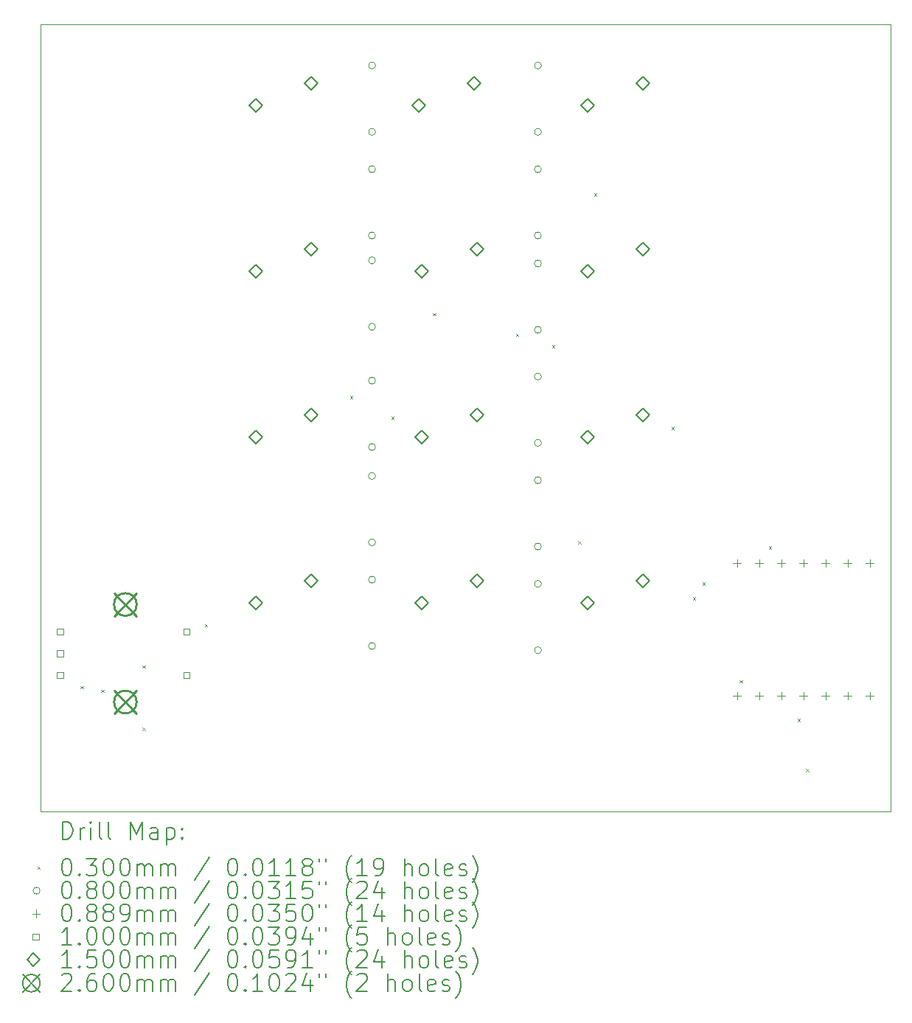
<source format=gbr>
%TF.GenerationSoftware,KiCad,Pcbnew,8.0.8*%
%TF.CreationDate,2025-03-23T18:30:10-07:00*%
%TF.ProjectId,Turtlepad Finalplz,54757274-6c65-4706-9164-2046696e616c,rev?*%
%TF.SameCoordinates,Original*%
%TF.FileFunction,Drillmap*%
%TF.FilePolarity,Positive*%
%FSLAX45Y45*%
G04 Gerber Fmt 4.5, Leading zero omitted, Abs format (unit mm)*
G04 Created by KiCad (PCBNEW 8.0.8) date 2025-03-23 18:30:10*
%MOMM*%
%LPD*%
G01*
G04 APERTURE LIST*
%ADD10C,0.050000*%
%ADD11C,0.200000*%
%ADD12C,0.100000*%
%ADD13C,0.150000*%
%ADD14C,0.260000*%
G04 APERTURE END LIST*
D10*
X6191250Y-4286250D02*
X15954375Y-4286250D01*
X15954375Y-13335000D01*
X6191250Y-13335000D01*
X6191250Y-4286250D01*
D11*
D12*
X6652500Y-11891250D02*
X6682500Y-11921250D01*
X6682500Y-11891250D02*
X6652500Y-11921250D01*
X6890625Y-11932598D02*
X6920625Y-11962598D01*
X6920625Y-11932598D02*
X6890625Y-11962598D01*
X7366875Y-11653125D02*
X7396875Y-11683125D01*
X7396875Y-11653125D02*
X7366875Y-11683125D01*
X7366875Y-12367500D02*
X7396875Y-12397500D01*
X7396875Y-12367500D02*
X7366875Y-12397500D01*
X8081250Y-11176875D02*
X8111250Y-11206875D01*
X8111250Y-11176875D02*
X8081250Y-11206875D01*
X9748125Y-8557500D02*
X9778125Y-8587500D01*
X9778125Y-8557500D02*
X9748125Y-8587500D01*
X10224375Y-8795625D02*
X10254375Y-8825625D01*
X10254375Y-8795625D02*
X10224375Y-8825625D01*
X10700625Y-7605000D02*
X10730625Y-7635000D01*
X10730625Y-7605000D02*
X10700625Y-7635000D01*
X11653125Y-7843125D02*
X11683125Y-7873125D01*
X11683125Y-7843125D02*
X11653125Y-7873125D01*
X12069375Y-7972103D02*
X12099375Y-8002103D01*
X12099375Y-7972103D02*
X12069375Y-8002103D01*
X12367500Y-10224375D02*
X12397500Y-10254375D01*
X12397500Y-10224375D02*
X12367500Y-10254375D01*
X12552801Y-6229073D02*
X12582801Y-6259073D01*
X12582801Y-6229073D02*
X12552801Y-6259073D01*
X13439062Y-8914688D02*
X13469062Y-8944688D01*
X13469062Y-8914688D02*
X13439062Y-8944688D01*
X13686022Y-10868875D02*
X13716022Y-10898875D01*
X13716022Y-10868875D02*
X13686022Y-10898875D01*
X13796250Y-10700625D02*
X13826250Y-10730625D01*
X13826250Y-10700625D02*
X13796250Y-10730625D01*
X14224438Y-11820300D02*
X14254438Y-11850300D01*
X14254438Y-11820300D02*
X14224438Y-11850300D01*
X14557450Y-10284375D02*
X14587450Y-10314375D01*
X14587450Y-10284375D02*
X14557450Y-10314375D01*
X14887747Y-12268372D02*
X14917747Y-12298372D01*
X14917747Y-12268372D02*
X14887747Y-12298372D01*
X14986875Y-12843750D02*
X15016875Y-12873750D01*
X15016875Y-12843750D02*
X14986875Y-12873750D01*
X10041250Y-4762500D02*
G75*
G02*
X9961250Y-4762500I-40000J0D01*
G01*
X9961250Y-4762500D02*
G75*
G02*
X10041250Y-4762500I40000J0D01*
G01*
X10041250Y-5524500D02*
G75*
G02*
X9961250Y-5524500I-40000J0D01*
G01*
X9961250Y-5524500D02*
G75*
G02*
X10041250Y-5524500I40000J0D01*
G01*
X10041250Y-5953125D02*
G75*
G02*
X9961250Y-5953125I-40000J0D01*
G01*
X9961250Y-5953125D02*
G75*
G02*
X10041250Y-5953125I40000J0D01*
G01*
X10041250Y-6715125D02*
G75*
G02*
X9961250Y-6715125I-40000J0D01*
G01*
X9961250Y-6715125D02*
G75*
G02*
X10041250Y-6715125I40000J0D01*
G01*
X10041250Y-7000875D02*
G75*
G02*
X9961250Y-7000875I-40000J0D01*
G01*
X9961250Y-7000875D02*
G75*
G02*
X10041250Y-7000875I40000J0D01*
G01*
X10041250Y-7762875D02*
G75*
G02*
X9961250Y-7762875I-40000J0D01*
G01*
X9961250Y-7762875D02*
G75*
G02*
X10041250Y-7762875I40000J0D01*
G01*
X10041250Y-8382000D02*
G75*
G02*
X9961250Y-8382000I-40000J0D01*
G01*
X9961250Y-8382000D02*
G75*
G02*
X10041250Y-8382000I40000J0D01*
G01*
X10041250Y-9144000D02*
G75*
G02*
X9961250Y-9144000I-40000J0D01*
G01*
X9961250Y-9144000D02*
G75*
G02*
X10041250Y-9144000I40000J0D01*
G01*
X10041250Y-9477375D02*
G75*
G02*
X9961250Y-9477375I-40000J0D01*
G01*
X9961250Y-9477375D02*
G75*
G02*
X10041250Y-9477375I40000J0D01*
G01*
X10041250Y-10239375D02*
G75*
G02*
X9961250Y-10239375I-40000J0D01*
G01*
X9961250Y-10239375D02*
G75*
G02*
X10041250Y-10239375I40000J0D01*
G01*
X10041250Y-10668000D02*
G75*
G02*
X9961250Y-10668000I-40000J0D01*
G01*
X9961250Y-10668000D02*
G75*
G02*
X10041250Y-10668000I40000J0D01*
G01*
X10041250Y-11430000D02*
G75*
G02*
X9961250Y-11430000I-40000J0D01*
G01*
X9961250Y-11430000D02*
G75*
G02*
X10041250Y-11430000I40000J0D01*
G01*
X11946250Y-4762500D02*
G75*
G02*
X11866250Y-4762500I-40000J0D01*
G01*
X11866250Y-4762500D02*
G75*
G02*
X11946250Y-4762500I40000J0D01*
G01*
X11946250Y-5524500D02*
G75*
G02*
X11866250Y-5524500I-40000J0D01*
G01*
X11866250Y-5524500D02*
G75*
G02*
X11946250Y-5524500I40000J0D01*
G01*
X11946250Y-5953125D02*
G75*
G02*
X11866250Y-5953125I-40000J0D01*
G01*
X11866250Y-5953125D02*
G75*
G02*
X11946250Y-5953125I40000J0D01*
G01*
X11946250Y-6715125D02*
G75*
G02*
X11866250Y-6715125I-40000J0D01*
G01*
X11866250Y-6715125D02*
G75*
G02*
X11946250Y-6715125I40000J0D01*
G01*
X11946250Y-7035625D02*
G75*
G02*
X11866250Y-7035625I-40000J0D01*
G01*
X11866250Y-7035625D02*
G75*
G02*
X11946250Y-7035625I40000J0D01*
G01*
X11946250Y-7797625D02*
G75*
G02*
X11866250Y-7797625I-40000J0D01*
G01*
X11866250Y-7797625D02*
G75*
G02*
X11946250Y-7797625I40000J0D01*
G01*
X11946250Y-8334375D02*
G75*
G02*
X11866250Y-8334375I-40000J0D01*
G01*
X11866250Y-8334375D02*
G75*
G02*
X11946250Y-8334375I40000J0D01*
G01*
X11946250Y-9096375D02*
G75*
G02*
X11866250Y-9096375I-40000J0D01*
G01*
X11866250Y-9096375D02*
G75*
G02*
X11946250Y-9096375I40000J0D01*
G01*
X11946250Y-9525000D02*
G75*
G02*
X11866250Y-9525000I-40000J0D01*
G01*
X11866250Y-9525000D02*
G75*
G02*
X11946250Y-9525000I40000J0D01*
G01*
X11946250Y-10287000D02*
G75*
G02*
X11866250Y-10287000I-40000J0D01*
G01*
X11866250Y-10287000D02*
G75*
G02*
X11946250Y-10287000I40000J0D01*
G01*
X11946250Y-10715625D02*
G75*
G02*
X11866250Y-10715625I-40000J0D01*
G01*
X11866250Y-10715625D02*
G75*
G02*
X11946250Y-10715625I40000J0D01*
G01*
X11946250Y-11477625D02*
G75*
G02*
X11866250Y-11477625I-40000J0D01*
G01*
X11866250Y-11477625D02*
G75*
G02*
X11946250Y-11477625I40000J0D01*
G01*
X14192250Y-10433050D02*
X14192250Y-10521950D01*
X14147800Y-10477500D02*
X14236700Y-10477500D01*
X14192250Y-11957050D02*
X14192250Y-12045950D01*
X14147800Y-12001500D02*
X14236700Y-12001500D01*
X14446250Y-10433050D02*
X14446250Y-10521950D01*
X14401800Y-10477500D02*
X14490700Y-10477500D01*
X14446250Y-11957050D02*
X14446250Y-12045950D01*
X14401800Y-12001500D02*
X14490700Y-12001500D01*
X14700250Y-10433050D02*
X14700250Y-10521950D01*
X14655800Y-10477500D02*
X14744700Y-10477500D01*
X14700250Y-11957050D02*
X14700250Y-12045950D01*
X14655800Y-12001500D02*
X14744700Y-12001500D01*
X14954250Y-10433050D02*
X14954250Y-10521950D01*
X14909800Y-10477500D02*
X14998700Y-10477500D01*
X14954250Y-11957050D02*
X14954250Y-12045950D01*
X14909800Y-12001500D02*
X14998700Y-12001500D01*
X15208250Y-10433050D02*
X15208250Y-10521950D01*
X15163800Y-10477500D02*
X15252700Y-10477500D01*
X15208250Y-11957050D02*
X15208250Y-12045950D01*
X15163800Y-12001500D02*
X15252700Y-12001500D01*
X15462250Y-10433050D02*
X15462250Y-10521950D01*
X15417800Y-10477500D02*
X15506700Y-10477500D01*
X15462250Y-11957050D02*
X15462250Y-12045950D01*
X15417800Y-12001500D02*
X15506700Y-12001500D01*
X15716250Y-10433050D02*
X15716250Y-10521950D01*
X15671800Y-10477500D02*
X15760700Y-10477500D01*
X15716250Y-11957050D02*
X15716250Y-12045950D01*
X15671800Y-12001500D02*
X15760700Y-12001500D01*
X6454106Y-11299106D02*
X6454106Y-11228394D01*
X6383394Y-11228394D01*
X6383394Y-11299106D01*
X6454106Y-11299106D01*
X6454106Y-11549106D02*
X6454106Y-11478394D01*
X6383394Y-11478394D01*
X6383394Y-11549106D01*
X6454106Y-11549106D01*
X6454106Y-11799106D02*
X6454106Y-11728394D01*
X6383394Y-11728394D01*
X6383394Y-11799106D01*
X6454106Y-11799106D01*
X7904106Y-11299106D02*
X7904106Y-11228394D01*
X7833394Y-11228394D01*
X7833394Y-11299106D01*
X7904106Y-11299106D01*
X7904106Y-11799106D02*
X7904106Y-11728394D01*
X7833394Y-11728394D01*
X7833394Y-11799106D01*
X7904106Y-11799106D01*
D13*
X8667750Y-5297875D02*
X8742750Y-5222875D01*
X8667750Y-5147875D01*
X8592750Y-5222875D01*
X8667750Y-5297875D01*
X8667750Y-7202875D02*
X8742750Y-7127875D01*
X8667750Y-7052875D01*
X8592750Y-7127875D01*
X8667750Y-7202875D01*
X8667750Y-9107875D02*
X8742750Y-9032875D01*
X8667750Y-8957875D01*
X8592750Y-9032875D01*
X8667750Y-9107875D01*
X8667750Y-11012875D02*
X8742750Y-10937875D01*
X8667750Y-10862875D01*
X8592750Y-10937875D01*
X8667750Y-11012875D01*
X9302750Y-5043875D02*
X9377750Y-4968875D01*
X9302750Y-4893875D01*
X9227750Y-4968875D01*
X9302750Y-5043875D01*
X9302750Y-6948875D02*
X9377750Y-6873875D01*
X9302750Y-6798875D01*
X9227750Y-6873875D01*
X9302750Y-6948875D01*
X9302750Y-8853875D02*
X9377750Y-8778875D01*
X9302750Y-8703875D01*
X9227750Y-8778875D01*
X9302750Y-8853875D01*
X9302750Y-10758875D02*
X9377750Y-10683875D01*
X9302750Y-10608875D01*
X9227750Y-10683875D01*
X9302750Y-10758875D01*
X10541000Y-5297875D02*
X10616000Y-5222875D01*
X10541000Y-5147875D01*
X10466000Y-5222875D01*
X10541000Y-5297875D01*
X10572750Y-7202875D02*
X10647750Y-7127875D01*
X10572750Y-7052875D01*
X10497750Y-7127875D01*
X10572750Y-7202875D01*
X10572750Y-9107875D02*
X10647750Y-9032875D01*
X10572750Y-8957875D01*
X10497750Y-9032875D01*
X10572750Y-9107875D01*
X10572750Y-11012875D02*
X10647750Y-10937875D01*
X10572750Y-10862875D01*
X10497750Y-10937875D01*
X10572750Y-11012875D01*
X11176000Y-5043875D02*
X11251000Y-4968875D01*
X11176000Y-4893875D01*
X11101000Y-4968875D01*
X11176000Y-5043875D01*
X11207750Y-6948875D02*
X11282750Y-6873875D01*
X11207750Y-6798875D01*
X11132750Y-6873875D01*
X11207750Y-6948875D01*
X11207750Y-8853875D02*
X11282750Y-8778875D01*
X11207750Y-8703875D01*
X11132750Y-8778875D01*
X11207750Y-8853875D01*
X11207750Y-10758875D02*
X11282750Y-10683875D01*
X11207750Y-10608875D01*
X11132750Y-10683875D01*
X11207750Y-10758875D01*
X12477750Y-5297875D02*
X12552750Y-5222875D01*
X12477750Y-5147875D01*
X12402750Y-5222875D01*
X12477750Y-5297875D01*
X12477750Y-7202875D02*
X12552750Y-7127875D01*
X12477750Y-7052875D01*
X12402750Y-7127875D01*
X12477750Y-7202875D01*
X12477750Y-9107875D02*
X12552750Y-9032875D01*
X12477750Y-8957875D01*
X12402750Y-9032875D01*
X12477750Y-9107875D01*
X12477750Y-11012875D02*
X12552750Y-10937875D01*
X12477750Y-10862875D01*
X12402750Y-10937875D01*
X12477750Y-11012875D01*
X13112750Y-5043875D02*
X13187750Y-4968875D01*
X13112750Y-4893875D01*
X13037750Y-4968875D01*
X13112750Y-5043875D01*
X13112750Y-6948875D02*
X13187750Y-6873875D01*
X13112750Y-6798875D01*
X13037750Y-6873875D01*
X13112750Y-6948875D01*
X13112750Y-8853875D02*
X13187750Y-8778875D01*
X13112750Y-8703875D01*
X13037750Y-8778875D01*
X13112750Y-8853875D01*
X13112750Y-10758875D02*
X13187750Y-10683875D01*
X13112750Y-10608875D01*
X13037750Y-10683875D01*
X13112750Y-10758875D01*
D14*
X7038750Y-10823750D02*
X7298750Y-11083750D01*
X7298750Y-10823750D02*
X7038750Y-11083750D01*
X7298750Y-10953750D02*
G75*
G02*
X7038750Y-10953750I-130000J0D01*
G01*
X7038750Y-10953750D02*
G75*
G02*
X7298750Y-10953750I130000J0D01*
G01*
X7038750Y-11943750D02*
X7298750Y-12203750D01*
X7298750Y-11943750D02*
X7038750Y-12203750D01*
X7298750Y-12073750D02*
G75*
G02*
X7038750Y-12073750I-130000J0D01*
G01*
X7038750Y-12073750D02*
G75*
G02*
X7298750Y-12073750I130000J0D01*
G01*
D11*
X6449527Y-13648984D02*
X6449527Y-13448984D01*
X6449527Y-13448984D02*
X6497146Y-13448984D01*
X6497146Y-13448984D02*
X6525717Y-13458508D01*
X6525717Y-13458508D02*
X6544765Y-13477555D01*
X6544765Y-13477555D02*
X6554289Y-13496603D01*
X6554289Y-13496603D02*
X6563812Y-13534698D01*
X6563812Y-13534698D02*
X6563812Y-13563269D01*
X6563812Y-13563269D02*
X6554289Y-13601365D01*
X6554289Y-13601365D02*
X6544765Y-13620412D01*
X6544765Y-13620412D02*
X6525717Y-13639460D01*
X6525717Y-13639460D02*
X6497146Y-13648984D01*
X6497146Y-13648984D02*
X6449527Y-13648984D01*
X6649527Y-13648984D02*
X6649527Y-13515650D01*
X6649527Y-13553746D02*
X6659051Y-13534698D01*
X6659051Y-13534698D02*
X6668574Y-13525174D01*
X6668574Y-13525174D02*
X6687622Y-13515650D01*
X6687622Y-13515650D02*
X6706670Y-13515650D01*
X6773336Y-13648984D02*
X6773336Y-13515650D01*
X6773336Y-13448984D02*
X6763812Y-13458508D01*
X6763812Y-13458508D02*
X6773336Y-13468031D01*
X6773336Y-13468031D02*
X6782860Y-13458508D01*
X6782860Y-13458508D02*
X6773336Y-13448984D01*
X6773336Y-13448984D02*
X6773336Y-13468031D01*
X6897146Y-13648984D02*
X6878098Y-13639460D01*
X6878098Y-13639460D02*
X6868574Y-13620412D01*
X6868574Y-13620412D02*
X6868574Y-13448984D01*
X7001908Y-13648984D02*
X6982860Y-13639460D01*
X6982860Y-13639460D02*
X6973336Y-13620412D01*
X6973336Y-13620412D02*
X6973336Y-13448984D01*
X7230479Y-13648984D02*
X7230479Y-13448984D01*
X7230479Y-13448984D02*
X7297146Y-13591841D01*
X7297146Y-13591841D02*
X7363812Y-13448984D01*
X7363812Y-13448984D02*
X7363812Y-13648984D01*
X7544765Y-13648984D02*
X7544765Y-13544222D01*
X7544765Y-13544222D02*
X7535241Y-13525174D01*
X7535241Y-13525174D02*
X7516193Y-13515650D01*
X7516193Y-13515650D02*
X7478098Y-13515650D01*
X7478098Y-13515650D02*
X7459051Y-13525174D01*
X7544765Y-13639460D02*
X7525717Y-13648984D01*
X7525717Y-13648984D02*
X7478098Y-13648984D01*
X7478098Y-13648984D02*
X7459051Y-13639460D01*
X7459051Y-13639460D02*
X7449527Y-13620412D01*
X7449527Y-13620412D02*
X7449527Y-13601365D01*
X7449527Y-13601365D02*
X7459051Y-13582317D01*
X7459051Y-13582317D02*
X7478098Y-13572793D01*
X7478098Y-13572793D02*
X7525717Y-13572793D01*
X7525717Y-13572793D02*
X7544765Y-13563269D01*
X7640003Y-13515650D02*
X7640003Y-13715650D01*
X7640003Y-13525174D02*
X7659051Y-13515650D01*
X7659051Y-13515650D02*
X7697146Y-13515650D01*
X7697146Y-13515650D02*
X7716193Y-13525174D01*
X7716193Y-13525174D02*
X7725717Y-13534698D01*
X7725717Y-13534698D02*
X7735241Y-13553746D01*
X7735241Y-13553746D02*
X7735241Y-13610888D01*
X7735241Y-13610888D02*
X7725717Y-13629936D01*
X7725717Y-13629936D02*
X7716193Y-13639460D01*
X7716193Y-13639460D02*
X7697146Y-13648984D01*
X7697146Y-13648984D02*
X7659051Y-13648984D01*
X7659051Y-13648984D02*
X7640003Y-13639460D01*
X7820955Y-13629936D02*
X7830479Y-13639460D01*
X7830479Y-13639460D02*
X7820955Y-13648984D01*
X7820955Y-13648984D02*
X7811432Y-13639460D01*
X7811432Y-13639460D02*
X7820955Y-13629936D01*
X7820955Y-13629936D02*
X7820955Y-13648984D01*
X7820955Y-13525174D02*
X7830479Y-13534698D01*
X7830479Y-13534698D02*
X7820955Y-13544222D01*
X7820955Y-13544222D02*
X7811432Y-13534698D01*
X7811432Y-13534698D02*
X7820955Y-13525174D01*
X7820955Y-13525174D02*
X7820955Y-13544222D01*
D12*
X6158750Y-13962500D02*
X6188750Y-13992500D01*
X6188750Y-13962500D02*
X6158750Y-13992500D01*
D11*
X6487622Y-13868984D02*
X6506670Y-13868984D01*
X6506670Y-13868984D02*
X6525717Y-13878508D01*
X6525717Y-13878508D02*
X6535241Y-13888031D01*
X6535241Y-13888031D02*
X6544765Y-13907079D01*
X6544765Y-13907079D02*
X6554289Y-13945174D01*
X6554289Y-13945174D02*
X6554289Y-13992793D01*
X6554289Y-13992793D02*
X6544765Y-14030888D01*
X6544765Y-14030888D02*
X6535241Y-14049936D01*
X6535241Y-14049936D02*
X6525717Y-14059460D01*
X6525717Y-14059460D02*
X6506670Y-14068984D01*
X6506670Y-14068984D02*
X6487622Y-14068984D01*
X6487622Y-14068984D02*
X6468574Y-14059460D01*
X6468574Y-14059460D02*
X6459051Y-14049936D01*
X6459051Y-14049936D02*
X6449527Y-14030888D01*
X6449527Y-14030888D02*
X6440003Y-13992793D01*
X6440003Y-13992793D02*
X6440003Y-13945174D01*
X6440003Y-13945174D02*
X6449527Y-13907079D01*
X6449527Y-13907079D02*
X6459051Y-13888031D01*
X6459051Y-13888031D02*
X6468574Y-13878508D01*
X6468574Y-13878508D02*
X6487622Y-13868984D01*
X6640003Y-14049936D02*
X6649527Y-14059460D01*
X6649527Y-14059460D02*
X6640003Y-14068984D01*
X6640003Y-14068984D02*
X6630479Y-14059460D01*
X6630479Y-14059460D02*
X6640003Y-14049936D01*
X6640003Y-14049936D02*
X6640003Y-14068984D01*
X6716193Y-13868984D02*
X6840003Y-13868984D01*
X6840003Y-13868984D02*
X6773336Y-13945174D01*
X6773336Y-13945174D02*
X6801908Y-13945174D01*
X6801908Y-13945174D02*
X6820955Y-13954698D01*
X6820955Y-13954698D02*
X6830479Y-13964222D01*
X6830479Y-13964222D02*
X6840003Y-13983269D01*
X6840003Y-13983269D02*
X6840003Y-14030888D01*
X6840003Y-14030888D02*
X6830479Y-14049936D01*
X6830479Y-14049936D02*
X6820955Y-14059460D01*
X6820955Y-14059460D02*
X6801908Y-14068984D01*
X6801908Y-14068984D02*
X6744765Y-14068984D01*
X6744765Y-14068984D02*
X6725717Y-14059460D01*
X6725717Y-14059460D02*
X6716193Y-14049936D01*
X6963812Y-13868984D02*
X6982860Y-13868984D01*
X6982860Y-13868984D02*
X7001908Y-13878508D01*
X7001908Y-13878508D02*
X7011432Y-13888031D01*
X7011432Y-13888031D02*
X7020955Y-13907079D01*
X7020955Y-13907079D02*
X7030479Y-13945174D01*
X7030479Y-13945174D02*
X7030479Y-13992793D01*
X7030479Y-13992793D02*
X7020955Y-14030888D01*
X7020955Y-14030888D02*
X7011432Y-14049936D01*
X7011432Y-14049936D02*
X7001908Y-14059460D01*
X7001908Y-14059460D02*
X6982860Y-14068984D01*
X6982860Y-14068984D02*
X6963812Y-14068984D01*
X6963812Y-14068984D02*
X6944765Y-14059460D01*
X6944765Y-14059460D02*
X6935241Y-14049936D01*
X6935241Y-14049936D02*
X6925717Y-14030888D01*
X6925717Y-14030888D02*
X6916193Y-13992793D01*
X6916193Y-13992793D02*
X6916193Y-13945174D01*
X6916193Y-13945174D02*
X6925717Y-13907079D01*
X6925717Y-13907079D02*
X6935241Y-13888031D01*
X6935241Y-13888031D02*
X6944765Y-13878508D01*
X6944765Y-13878508D02*
X6963812Y-13868984D01*
X7154289Y-13868984D02*
X7173336Y-13868984D01*
X7173336Y-13868984D02*
X7192384Y-13878508D01*
X7192384Y-13878508D02*
X7201908Y-13888031D01*
X7201908Y-13888031D02*
X7211432Y-13907079D01*
X7211432Y-13907079D02*
X7220955Y-13945174D01*
X7220955Y-13945174D02*
X7220955Y-13992793D01*
X7220955Y-13992793D02*
X7211432Y-14030888D01*
X7211432Y-14030888D02*
X7201908Y-14049936D01*
X7201908Y-14049936D02*
X7192384Y-14059460D01*
X7192384Y-14059460D02*
X7173336Y-14068984D01*
X7173336Y-14068984D02*
X7154289Y-14068984D01*
X7154289Y-14068984D02*
X7135241Y-14059460D01*
X7135241Y-14059460D02*
X7125717Y-14049936D01*
X7125717Y-14049936D02*
X7116193Y-14030888D01*
X7116193Y-14030888D02*
X7106670Y-13992793D01*
X7106670Y-13992793D02*
X7106670Y-13945174D01*
X7106670Y-13945174D02*
X7116193Y-13907079D01*
X7116193Y-13907079D02*
X7125717Y-13888031D01*
X7125717Y-13888031D02*
X7135241Y-13878508D01*
X7135241Y-13878508D02*
X7154289Y-13868984D01*
X7306670Y-14068984D02*
X7306670Y-13935650D01*
X7306670Y-13954698D02*
X7316193Y-13945174D01*
X7316193Y-13945174D02*
X7335241Y-13935650D01*
X7335241Y-13935650D02*
X7363813Y-13935650D01*
X7363813Y-13935650D02*
X7382860Y-13945174D01*
X7382860Y-13945174D02*
X7392384Y-13964222D01*
X7392384Y-13964222D02*
X7392384Y-14068984D01*
X7392384Y-13964222D02*
X7401908Y-13945174D01*
X7401908Y-13945174D02*
X7420955Y-13935650D01*
X7420955Y-13935650D02*
X7449527Y-13935650D01*
X7449527Y-13935650D02*
X7468574Y-13945174D01*
X7468574Y-13945174D02*
X7478098Y-13964222D01*
X7478098Y-13964222D02*
X7478098Y-14068984D01*
X7573336Y-14068984D02*
X7573336Y-13935650D01*
X7573336Y-13954698D02*
X7582860Y-13945174D01*
X7582860Y-13945174D02*
X7601908Y-13935650D01*
X7601908Y-13935650D02*
X7630479Y-13935650D01*
X7630479Y-13935650D02*
X7649527Y-13945174D01*
X7649527Y-13945174D02*
X7659051Y-13964222D01*
X7659051Y-13964222D02*
X7659051Y-14068984D01*
X7659051Y-13964222D02*
X7668574Y-13945174D01*
X7668574Y-13945174D02*
X7687622Y-13935650D01*
X7687622Y-13935650D02*
X7716193Y-13935650D01*
X7716193Y-13935650D02*
X7735241Y-13945174D01*
X7735241Y-13945174D02*
X7744765Y-13964222D01*
X7744765Y-13964222D02*
X7744765Y-14068984D01*
X8135241Y-13859460D02*
X7963813Y-14116603D01*
X8392384Y-13868984D02*
X8411432Y-13868984D01*
X8411432Y-13868984D02*
X8430479Y-13878508D01*
X8430479Y-13878508D02*
X8440003Y-13888031D01*
X8440003Y-13888031D02*
X8449527Y-13907079D01*
X8449527Y-13907079D02*
X8459051Y-13945174D01*
X8459051Y-13945174D02*
X8459051Y-13992793D01*
X8459051Y-13992793D02*
X8449527Y-14030888D01*
X8449527Y-14030888D02*
X8440003Y-14049936D01*
X8440003Y-14049936D02*
X8430479Y-14059460D01*
X8430479Y-14059460D02*
X8411432Y-14068984D01*
X8411432Y-14068984D02*
X8392384Y-14068984D01*
X8392384Y-14068984D02*
X8373336Y-14059460D01*
X8373336Y-14059460D02*
X8363813Y-14049936D01*
X8363813Y-14049936D02*
X8354289Y-14030888D01*
X8354289Y-14030888D02*
X8344765Y-13992793D01*
X8344765Y-13992793D02*
X8344765Y-13945174D01*
X8344765Y-13945174D02*
X8354289Y-13907079D01*
X8354289Y-13907079D02*
X8363813Y-13888031D01*
X8363813Y-13888031D02*
X8373336Y-13878508D01*
X8373336Y-13878508D02*
X8392384Y-13868984D01*
X8544765Y-14049936D02*
X8554289Y-14059460D01*
X8554289Y-14059460D02*
X8544765Y-14068984D01*
X8544765Y-14068984D02*
X8535241Y-14059460D01*
X8535241Y-14059460D02*
X8544765Y-14049936D01*
X8544765Y-14049936D02*
X8544765Y-14068984D01*
X8678098Y-13868984D02*
X8697146Y-13868984D01*
X8697146Y-13868984D02*
X8716194Y-13878508D01*
X8716194Y-13878508D02*
X8725718Y-13888031D01*
X8725718Y-13888031D02*
X8735241Y-13907079D01*
X8735241Y-13907079D02*
X8744765Y-13945174D01*
X8744765Y-13945174D02*
X8744765Y-13992793D01*
X8744765Y-13992793D02*
X8735241Y-14030888D01*
X8735241Y-14030888D02*
X8725718Y-14049936D01*
X8725718Y-14049936D02*
X8716194Y-14059460D01*
X8716194Y-14059460D02*
X8697146Y-14068984D01*
X8697146Y-14068984D02*
X8678098Y-14068984D01*
X8678098Y-14068984D02*
X8659051Y-14059460D01*
X8659051Y-14059460D02*
X8649527Y-14049936D01*
X8649527Y-14049936D02*
X8640003Y-14030888D01*
X8640003Y-14030888D02*
X8630479Y-13992793D01*
X8630479Y-13992793D02*
X8630479Y-13945174D01*
X8630479Y-13945174D02*
X8640003Y-13907079D01*
X8640003Y-13907079D02*
X8649527Y-13888031D01*
X8649527Y-13888031D02*
X8659051Y-13878508D01*
X8659051Y-13878508D02*
X8678098Y-13868984D01*
X8935241Y-14068984D02*
X8820956Y-14068984D01*
X8878098Y-14068984D02*
X8878098Y-13868984D01*
X8878098Y-13868984D02*
X8859051Y-13897555D01*
X8859051Y-13897555D02*
X8840003Y-13916603D01*
X8840003Y-13916603D02*
X8820956Y-13926127D01*
X9125718Y-14068984D02*
X9011432Y-14068984D01*
X9068575Y-14068984D02*
X9068575Y-13868984D01*
X9068575Y-13868984D02*
X9049527Y-13897555D01*
X9049527Y-13897555D02*
X9030479Y-13916603D01*
X9030479Y-13916603D02*
X9011432Y-13926127D01*
X9240003Y-13954698D02*
X9220956Y-13945174D01*
X9220956Y-13945174D02*
X9211432Y-13935650D01*
X9211432Y-13935650D02*
X9201908Y-13916603D01*
X9201908Y-13916603D02*
X9201908Y-13907079D01*
X9201908Y-13907079D02*
X9211432Y-13888031D01*
X9211432Y-13888031D02*
X9220956Y-13878508D01*
X9220956Y-13878508D02*
X9240003Y-13868984D01*
X9240003Y-13868984D02*
X9278099Y-13868984D01*
X9278099Y-13868984D02*
X9297146Y-13878508D01*
X9297146Y-13878508D02*
X9306670Y-13888031D01*
X9306670Y-13888031D02*
X9316194Y-13907079D01*
X9316194Y-13907079D02*
X9316194Y-13916603D01*
X9316194Y-13916603D02*
X9306670Y-13935650D01*
X9306670Y-13935650D02*
X9297146Y-13945174D01*
X9297146Y-13945174D02*
X9278099Y-13954698D01*
X9278099Y-13954698D02*
X9240003Y-13954698D01*
X9240003Y-13954698D02*
X9220956Y-13964222D01*
X9220956Y-13964222D02*
X9211432Y-13973746D01*
X9211432Y-13973746D02*
X9201908Y-13992793D01*
X9201908Y-13992793D02*
X9201908Y-14030888D01*
X9201908Y-14030888D02*
X9211432Y-14049936D01*
X9211432Y-14049936D02*
X9220956Y-14059460D01*
X9220956Y-14059460D02*
X9240003Y-14068984D01*
X9240003Y-14068984D02*
X9278099Y-14068984D01*
X9278099Y-14068984D02*
X9297146Y-14059460D01*
X9297146Y-14059460D02*
X9306670Y-14049936D01*
X9306670Y-14049936D02*
X9316194Y-14030888D01*
X9316194Y-14030888D02*
X9316194Y-13992793D01*
X9316194Y-13992793D02*
X9306670Y-13973746D01*
X9306670Y-13973746D02*
X9297146Y-13964222D01*
X9297146Y-13964222D02*
X9278099Y-13954698D01*
X9392384Y-13868984D02*
X9392384Y-13907079D01*
X9468575Y-13868984D02*
X9468575Y-13907079D01*
X9763813Y-14145174D02*
X9754289Y-14135650D01*
X9754289Y-14135650D02*
X9735241Y-14107079D01*
X9735241Y-14107079D02*
X9725718Y-14088031D01*
X9725718Y-14088031D02*
X9716194Y-14059460D01*
X9716194Y-14059460D02*
X9706670Y-14011841D01*
X9706670Y-14011841D02*
X9706670Y-13973746D01*
X9706670Y-13973746D02*
X9716194Y-13926127D01*
X9716194Y-13926127D02*
X9725718Y-13897555D01*
X9725718Y-13897555D02*
X9735241Y-13878508D01*
X9735241Y-13878508D02*
X9754289Y-13849936D01*
X9754289Y-13849936D02*
X9763813Y-13840412D01*
X9944765Y-14068984D02*
X9830480Y-14068984D01*
X9887622Y-14068984D02*
X9887622Y-13868984D01*
X9887622Y-13868984D02*
X9868575Y-13897555D01*
X9868575Y-13897555D02*
X9849527Y-13916603D01*
X9849527Y-13916603D02*
X9830480Y-13926127D01*
X10040003Y-14068984D02*
X10078099Y-14068984D01*
X10078099Y-14068984D02*
X10097146Y-14059460D01*
X10097146Y-14059460D02*
X10106670Y-14049936D01*
X10106670Y-14049936D02*
X10125718Y-14021365D01*
X10125718Y-14021365D02*
X10135241Y-13983269D01*
X10135241Y-13983269D02*
X10135241Y-13907079D01*
X10135241Y-13907079D02*
X10125718Y-13888031D01*
X10125718Y-13888031D02*
X10116194Y-13878508D01*
X10116194Y-13878508D02*
X10097146Y-13868984D01*
X10097146Y-13868984D02*
X10059051Y-13868984D01*
X10059051Y-13868984D02*
X10040003Y-13878508D01*
X10040003Y-13878508D02*
X10030480Y-13888031D01*
X10030480Y-13888031D02*
X10020956Y-13907079D01*
X10020956Y-13907079D02*
X10020956Y-13954698D01*
X10020956Y-13954698D02*
X10030480Y-13973746D01*
X10030480Y-13973746D02*
X10040003Y-13983269D01*
X10040003Y-13983269D02*
X10059051Y-13992793D01*
X10059051Y-13992793D02*
X10097146Y-13992793D01*
X10097146Y-13992793D02*
X10116194Y-13983269D01*
X10116194Y-13983269D02*
X10125718Y-13973746D01*
X10125718Y-13973746D02*
X10135241Y-13954698D01*
X10373337Y-14068984D02*
X10373337Y-13868984D01*
X10459051Y-14068984D02*
X10459051Y-13964222D01*
X10459051Y-13964222D02*
X10449527Y-13945174D01*
X10449527Y-13945174D02*
X10430480Y-13935650D01*
X10430480Y-13935650D02*
X10401908Y-13935650D01*
X10401908Y-13935650D02*
X10382861Y-13945174D01*
X10382861Y-13945174D02*
X10373337Y-13954698D01*
X10582861Y-14068984D02*
X10563813Y-14059460D01*
X10563813Y-14059460D02*
X10554289Y-14049936D01*
X10554289Y-14049936D02*
X10544765Y-14030888D01*
X10544765Y-14030888D02*
X10544765Y-13973746D01*
X10544765Y-13973746D02*
X10554289Y-13954698D01*
X10554289Y-13954698D02*
X10563813Y-13945174D01*
X10563813Y-13945174D02*
X10582861Y-13935650D01*
X10582861Y-13935650D02*
X10611432Y-13935650D01*
X10611432Y-13935650D02*
X10630480Y-13945174D01*
X10630480Y-13945174D02*
X10640003Y-13954698D01*
X10640003Y-13954698D02*
X10649527Y-13973746D01*
X10649527Y-13973746D02*
X10649527Y-14030888D01*
X10649527Y-14030888D02*
X10640003Y-14049936D01*
X10640003Y-14049936D02*
X10630480Y-14059460D01*
X10630480Y-14059460D02*
X10611432Y-14068984D01*
X10611432Y-14068984D02*
X10582861Y-14068984D01*
X10763813Y-14068984D02*
X10744765Y-14059460D01*
X10744765Y-14059460D02*
X10735242Y-14040412D01*
X10735242Y-14040412D02*
X10735242Y-13868984D01*
X10916194Y-14059460D02*
X10897146Y-14068984D01*
X10897146Y-14068984D02*
X10859051Y-14068984D01*
X10859051Y-14068984D02*
X10840003Y-14059460D01*
X10840003Y-14059460D02*
X10830480Y-14040412D01*
X10830480Y-14040412D02*
X10830480Y-13964222D01*
X10830480Y-13964222D02*
X10840003Y-13945174D01*
X10840003Y-13945174D02*
X10859051Y-13935650D01*
X10859051Y-13935650D02*
X10897146Y-13935650D01*
X10897146Y-13935650D02*
X10916194Y-13945174D01*
X10916194Y-13945174D02*
X10925718Y-13964222D01*
X10925718Y-13964222D02*
X10925718Y-13983269D01*
X10925718Y-13983269D02*
X10830480Y-14002317D01*
X11001908Y-14059460D02*
X11020956Y-14068984D01*
X11020956Y-14068984D02*
X11059051Y-14068984D01*
X11059051Y-14068984D02*
X11078099Y-14059460D01*
X11078099Y-14059460D02*
X11087623Y-14040412D01*
X11087623Y-14040412D02*
X11087623Y-14030888D01*
X11087623Y-14030888D02*
X11078099Y-14011841D01*
X11078099Y-14011841D02*
X11059051Y-14002317D01*
X11059051Y-14002317D02*
X11030480Y-14002317D01*
X11030480Y-14002317D02*
X11011432Y-13992793D01*
X11011432Y-13992793D02*
X11001908Y-13973746D01*
X11001908Y-13973746D02*
X11001908Y-13964222D01*
X11001908Y-13964222D02*
X11011432Y-13945174D01*
X11011432Y-13945174D02*
X11030480Y-13935650D01*
X11030480Y-13935650D02*
X11059051Y-13935650D01*
X11059051Y-13935650D02*
X11078099Y-13945174D01*
X11154289Y-14145174D02*
X11163813Y-14135650D01*
X11163813Y-14135650D02*
X11182861Y-14107079D01*
X11182861Y-14107079D02*
X11192384Y-14088031D01*
X11192384Y-14088031D02*
X11201908Y-14059460D01*
X11201908Y-14059460D02*
X11211432Y-14011841D01*
X11211432Y-14011841D02*
X11211432Y-13973746D01*
X11211432Y-13973746D02*
X11201908Y-13926127D01*
X11201908Y-13926127D02*
X11192384Y-13897555D01*
X11192384Y-13897555D02*
X11182861Y-13878508D01*
X11182861Y-13878508D02*
X11163813Y-13849936D01*
X11163813Y-13849936D02*
X11154289Y-13840412D01*
D12*
X6188750Y-14241500D02*
G75*
G02*
X6108750Y-14241500I-40000J0D01*
G01*
X6108750Y-14241500D02*
G75*
G02*
X6188750Y-14241500I40000J0D01*
G01*
D11*
X6487622Y-14132984D02*
X6506670Y-14132984D01*
X6506670Y-14132984D02*
X6525717Y-14142508D01*
X6525717Y-14142508D02*
X6535241Y-14152031D01*
X6535241Y-14152031D02*
X6544765Y-14171079D01*
X6544765Y-14171079D02*
X6554289Y-14209174D01*
X6554289Y-14209174D02*
X6554289Y-14256793D01*
X6554289Y-14256793D02*
X6544765Y-14294888D01*
X6544765Y-14294888D02*
X6535241Y-14313936D01*
X6535241Y-14313936D02*
X6525717Y-14323460D01*
X6525717Y-14323460D02*
X6506670Y-14332984D01*
X6506670Y-14332984D02*
X6487622Y-14332984D01*
X6487622Y-14332984D02*
X6468574Y-14323460D01*
X6468574Y-14323460D02*
X6459051Y-14313936D01*
X6459051Y-14313936D02*
X6449527Y-14294888D01*
X6449527Y-14294888D02*
X6440003Y-14256793D01*
X6440003Y-14256793D02*
X6440003Y-14209174D01*
X6440003Y-14209174D02*
X6449527Y-14171079D01*
X6449527Y-14171079D02*
X6459051Y-14152031D01*
X6459051Y-14152031D02*
X6468574Y-14142508D01*
X6468574Y-14142508D02*
X6487622Y-14132984D01*
X6640003Y-14313936D02*
X6649527Y-14323460D01*
X6649527Y-14323460D02*
X6640003Y-14332984D01*
X6640003Y-14332984D02*
X6630479Y-14323460D01*
X6630479Y-14323460D02*
X6640003Y-14313936D01*
X6640003Y-14313936D02*
X6640003Y-14332984D01*
X6763812Y-14218698D02*
X6744765Y-14209174D01*
X6744765Y-14209174D02*
X6735241Y-14199650D01*
X6735241Y-14199650D02*
X6725717Y-14180603D01*
X6725717Y-14180603D02*
X6725717Y-14171079D01*
X6725717Y-14171079D02*
X6735241Y-14152031D01*
X6735241Y-14152031D02*
X6744765Y-14142508D01*
X6744765Y-14142508D02*
X6763812Y-14132984D01*
X6763812Y-14132984D02*
X6801908Y-14132984D01*
X6801908Y-14132984D02*
X6820955Y-14142508D01*
X6820955Y-14142508D02*
X6830479Y-14152031D01*
X6830479Y-14152031D02*
X6840003Y-14171079D01*
X6840003Y-14171079D02*
X6840003Y-14180603D01*
X6840003Y-14180603D02*
X6830479Y-14199650D01*
X6830479Y-14199650D02*
X6820955Y-14209174D01*
X6820955Y-14209174D02*
X6801908Y-14218698D01*
X6801908Y-14218698D02*
X6763812Y-14218698D01*
X6763812Y-14218698D02*
X6744765Y-14228222D01*
X6744765Y-14228222D02*
X6735241Y-14237746D01*
X6735241Y-14237746D02*
X6725717Y-14256793D01*
X6725717Y-14256793D02*
X6725717Y-14294888D01*
X6725717Y-14294888D02*
X6735241Y-14313936D01*
X6735241Y-14313936D02*
X6744765Y-14323460D01*
X6744765Y-14323460D02*
X6763812Y-14332984D01*
X6763812Y-14332984D02*
X6801908Y-14332984D01*
X6801908Y-14332984D02*
X6820955Y-14323460D01*
X6820955Y-14323460D02*
X6830479Y-14313936D01*
X6830479Y-14313936D02*
X6840003Y-14294888D01*
X6840003Y-14294888D02*
X6840003Y-14256793D01*
X6840003Y-14256793D02*
X6830479Y-14237746D01*
X6830479Y-14237746D02*
X6820955Y-14228222D01*
X6820955Y-14228222D02*
X6801908Y-14218698D01*
X6963812Y-14132984D02*
X6982860Y-14132984D01*
X6982860Y-14132984D02*
X7001908Y-14142508D01*
X7001908Y-14142508D02*
X7011432Y-14152031D01*
X7011432Y-14152031D02*
X7020955Y-14171079D01*
X7020955Y-14171079D02*
X7030479Y-14209174D01*
X7030479Y-14209174D02*
X7030479Y-14256793D01*
X7030479Y-14256793D02*
X7020955Y-14294888D01*
X7020955Y-14294888D02*
X7011432Y-14313936D01*
X7011432Y-14313936D02*
X7001908Y-14323460D01*
X7001908Y-14323460D02*
X6982860Y-14332984D01*
X6982860Y-14332984D02*
X6963812Y-14332984D01*
X6963812Y-14332984D02*
X6944765Y-14323460D01*
X6944765Y-14323460D02*
X6935241Y-14313936D01*
X6935241Y-14313936D02*
X6925717Y-14294888D01*
X6925717Y-14294888D02*
X6916193Y-14256793D01*
X6916193Y-14256793D02*
X6916193Y-14209174D01*
X6916193Y-14209174D02*
X6925717Y-14171079D01*
X6925717Y-14171079D02*
X6935241Y-14152031D01*
X6935241Y-14152031D02*
X6944765Y-14142508D01*
X6944765Y-14142508D02*
X6963812Y-14132984D01*
X7154289Y-14132984D02*
X7173336Y-14132984D01*
X7173336Y-14132984D02*
X7192384Y-14142508D01*
X7192384Y-14142508D02*
X7201908Y-14152031D01*
X7201908Y-14152031D02*
X7211432Y-14171079D01*
X7211432Y-14171079D02*
X7220955Y-14209174D01*
X7220955Y-14209174D02*
X7220955Y-14256793D01*
X7220955Y-14256793D02*
X7211432Y-14294888D01*
X7211432Y-14294888D02*
X7201908Y-14313936D01*
X7201908Y-14313936D02*
X7192384Y-14323460D01*
X7192384Y-14323460D02*
X7173336Y-14332984D01*
X7173336Y-14332984D02*
X7154289Y-14332984D01*
X7154289Y-14332984D02*
X7135241Y-14323460D01*
X7135241Y-14323460D02*
X7125717Y-14313936D01*
X7125717Y-14313936D02*
X7116193Y-14294888D01*
X7116193Y-14294888D02*
X7106670Y-14256793D01*
X7106670Y-14256793D02*
X7106670Y-14209174D01*
X7106670Y-14209174D02*
X7116193Y-14171079D01*
X7116193Y-14171079D02*
X7125717Y-14152031D01*
X7125717Y-14152031D02*
X7135241Y-14142508D01*
X7135241Y-14142508D02*
X7154289Y-14132984D01*
X7306670Y-14332984D02*
X7306670Y-14199650D01*
X7306670Y-14218698D02*
X7316193Y-14209174D01*
X7316193Y-14209174D02*
X7335241Y-14199650D01*
X7335241Y-14199650D02*
X7363813Y-14199650D01*
X7363813Y-14199650D02*
X7382860Y-14209174D01*
X7382860Y-14209174D02*
X7392384Y-14228222D01*
X7392384Y-14228222D02*
X7392384Y-14332984D01*
X7392384Y-14228222D02*
X7401908Y-14209174D01*
X7401908Y-14209174D02*
X7420955Y-14199650D01*
X7420955Y-14199650D02*
X7449527Y-14199650D01*
X7449527Y-14199650D02*
X7468574Y-14209174D01*
X7468574Y-14209174D02*
X7478098Y-14228222D01*
X7478098Y-14228222D02*
X7478098Y-14332984D01*
X7573336Y-14332984D02*
X7573336Y-14199650D01*
X7573336Y-14218698D02*
X7582860Y-14209174D01*
X7582860Y-14209174D02*
X7601908Y-14199650D01*
X7601908Y-14199650D02*
X7630479Y-14199650D01*
X7630479Y-14199650D02*
X7649527Y-14209174D01*
X7649527Y-14209174D02*
X7659051Y-14228222D01*
X7659051Y-14228222D02*
X7659051Y-14332984D01*
X7659051Y-14228222D02*
X7668574Y-14209174D01*
X7668574Y-14209174D02*
X7687622Y-14199650D01*
X7687622Y-14199650D02*
X7716193Y-14199650D01*
X7716193Y-14199650D02*
X7735241Y-14209174D01*
X7735241Y-14209174D02*
X7744765Y-14228222D01*
X7744765Y-14228222D02*
X7744765Y-14332984D01*
X8135241Y-14123460D02*
X7963813Y-14380603D01*
X8392384Y-14132984D02*
X8411432Y-14132984D01*
X8411432Y-14132984D02*
X8430479Y-14142508D01*
X8430479Y-14142508D02*
X8440003Y-14152031D01*
X8440003Y-14152031D02*
X8449527Y-14171079D01*
X8449527Y-14171079D02*
X8459051Y-14209174D01*
X8459051Y-14209174D02*
X8459051Y-14256793D01*
X8459051Y-14256793D02*
X8449527Y-14294888D01*
X8449527Y-14294888D02*
X8440003Y-14313936D01*
X8440003Y-14313936D02*
X8430479Y-14323460D01*
X8430479Y-14323460D02*
X8411432Y-14332984D01*
X8411432Y-14332984D02*
X8392384Y-14332984D01*
X8392384Y-14332984D02*
X8373336Y-14323460D01*
X8373336Y-14323460D02*
X8363813Y-14313936D01*
X8363813Y-14313936D02*
X8354289Y-14294888D01*
X8354289Y-14294888D02*
X8344765Y-14256793D01*
X8344765Y-14256793D02*
X8344765Y-14209174D01*
X8344765Y-14209174D02*
X8354289Y-14171079D01*
X8354289Y-14171079D02*
X8363813Y-14152031D01*
X8363813Y-14152031D02*
X8373336Y-14142508D01*
X8373336Y-14142508D02*
X8392384Y-14132984D01*
X8544765Y-14313936D02*
X8554289Y-14323460D01*
X8554289Y-14323460D02*
X8544765Y-14332984D01*
X8544765Y-14332984D02*
X8535241Y-14323460D01*
X8535241Y-14323460D02*
X8544765Y-14313936D01*
X8544765Y-14313936D02*
X8544765Y-14332984D01*
X8678098Y-14132984D02*
X8697146Y-14132984D01*
X8697146Y-14132984D02*
X8716194Y-14142508D01*
X8716194Y-14142508D02*
X8725718Y-14152031D01*
X8725718Y-14152031D02*
X8735241Y-14171079D01*
X8735241Y-14171079D02*
X8744765Y-14209174D01*
X8744765Y-14209174D02*
X8744765Y-14256793D01*
X8744765Y-14256793D02*
X8735241Y-14294888D01*
X8735241Y-14294888D02*
X8725718Y-14313936D01*
X8725718Y-14313936D02*
X8716194Y-14323460D01*
X8716194Y-14323460D02*
X8697146Y-14332984D01*
X8697146Y-14332984D02*
X8678098Y-14332984D01*
X8678098Y-14332984D02*
X8659051Y-14323460D01*
X8659051Y-14323460D02*
X8649527Y-14313936D01*
X8649527Y-14313936D02*
X8640003Y-14294888D01*
X8640003Y-14294888D02*
X8630479Y-14256793D01*
X8630479Y-14256793D02*
X8630479Y-14209174D01*
X8630479Y-14209174D02*
X8640003Y-14171079D01*
X8640003Y-14171079D02*
X8649527Y-14152031D01*
X8649527Y-14152031D02*
X8659051Y-14142508D01*
X8659051Y-14142508D02*
X8678098Y-14132984D01*
X8811432Y-14132984D02*
X8935241Y-14132984D01*
X8935241Y-14132984D02*
X8868575Y-14209174D01*
X8868575Y-14209174D02*
X8897146Y-14209174D01*
X8897146Y-14209174D02*
X8916194Y-14218698D01*
X8916194Y-14218698D02*
X8925718Y-14228222D01*
X8925718Y-14228222D02*
X8935241Y-14247269D01*
X8935241Y-14247269D02*
X8935241Y-14294888D01*
X8935241Y-14294888D02*
X8925718Y-14313936D01*
X8925718Y-14313936D02*
X8916194Y-14323460D01*
X8916194Y-14323460D02*
X8897146Y-14332984D01*
X8897146Y-14332984D02*
X8840003Y-14332984D01*
X8840003Y-14332984D02*
X8820956Y-14323460D01*
X8820956Y-14323460D02*
X8811432Y-14313936D01*
X9125718Y-14332984D02*
X9011432Y-14332984D01*
X9068575Y-14332984D02*
X9068575Y-14132984D01*
X9068575Y-14132984D02*
X9049527Y-14161555D01*
X9049527Y-14161555D02*
X9030479Y-14180603D01*
X9030479Y-14180603D02*
X9011432Y-14190127D01*
X9306670Y-14132984D02*
X9211432Y-14132984D01*
X9211432Y-14132984D02*
X9201908Y-14228222D01*
X9201908Y-14228222D02*
X9211432Y-14218698D01*
X9211432Y-14218698D02*
X9230479Y-14209174D01*
X9230479Y-14209174D02*
X9278099Y-14209174D01*
X9278099Y-14209174D02*
X9297146Y-14218698D01*
X9297146Y-14218698D02*
X9306670Y-14228222D01*
X9306670Y-14228222D02*
X9316194Y-14247269D01*
X9316194Y-14247269D02*
X9316194Y-14294888D01*
X9316194Y-14294888D02*
X9306670Y-14313936D01*
X9306670Y-14313936D02*
X9297146Y-14323460D01*
X9297146Y-14323460D02*
X9278099Y-14332984D01*
X9278099Y-14332984D02*
X9230479Y-14332984D01*
X9230479Y-14332984D02*
X9211432Y-14323460D01*
X9211432Y-14323460D02*
X9201908Y-14313936D01*
X9392384Y-14132984D02*
X9392384Y-14171079D01*
X9468575Y-14132984D02*
X9468575Y-14171079D01*
X9763813Y-14409174D02*
X9754289Y-14399650D01*
X9754289Y-14399650D02*
X9735241Y-14371079D01*
X9735241Y-14371079D02*
X9725718Y-14352031D01*
X9725718Y-14352031D02*
X9716194Y-14323460D01*
X9716194Y-14323460D02*
X9706670Y-14275841D01*
X9706670Y-14275841D02*
X9706670Y-14237746D01*
X9706670Y-14237746D02*
X9716194Y-14190127D01*
X9716194Y-14190127D02*
X9725718Y-14161555D01*
X9725718Y-14161555D02*
X9735241Y-14142508D01*
X9735241Y-14142508D02*
X9754289Y-14113936D01*
X9754289Y-14113936D02*
X9763813Y-14104412D01*
X9830480Y-14152031D02*
X9840003Y-14142508D01*
X9840003Y-14142508D02*
X9859051Y-14132984D01*
X9859051Y-14132984D02*
X9906670Y-14132984D01*
X9906670Y-14132984D02*
X9925718Y-14142508D01*
X9925718Y-14142508D02*
X9935241Y-14152031D01*
X9935241Y-14152031D02*
X9944765Y-14171079D01*
X9944765Y-14171079D02*
X9944765Y-14190127D01*
X9944765Y-14190127D02*
X9935241Y-14218698D01*
X9935241Y-14218698D02*
X9820956Y-14332984D01*
X9820956Y-14332984D02*
X9944765Y-14332984D01*
X10116194Y-14199650D02*
X10116194Y-14332984D01*
X10068575Y-14123460D02*
X10020956Y-14266317D01*
X10020956Y-14266317D02*
X10144765Y-14266317D01*
X10373337Y-14332984D02*
X10373337Y-14132984D01*
X10459051Y-14332984D02*
X10459051Y-14228222D01*
X10459051Y-14228222D02*
X10449527Y-14209174D01*
X10449527Y-14209174D02*
X10430480Y-14199650D01*
X10430480Y-14199650D02*
X10401908Y-14199650D01*
X10401908Y-14199650D02*
X10382861Y-14209174D01*
X10382861Y-14209174D02*
X10373337Y-14218698D01*
X10582861Y-14332984D02*
X10563813Y-14323460D01*
X10563813Y-14323460D02*
X10554289Y-14313936D01*
X10554289Y-14313936D02*
X10544765Y-14294888D01*
X10544765Y-14294888D02*
X10544765Y-14237746D01*
X10544765Y-14237746D02*
X10554289Y-14218698D01*
X10554289Y-14218698D02*
X10563813Y-14209174D01*
X10563813Y-14209174D02*
X10582861Y-14199650D01*
X10582861Y-14199650D02*
X10611432Y-14199650D01*
X10611432Y-14199650D02*
X10630480Y-14209174D01*
X10630480Y-14209174D02*
X10640003Y-14218698D01*
X10640003Y-14218698D02*
X10649527Y-14237746D01*
X10649527Y-14237746D02*
X10649527Y-14294888D01*
X10649527Y-14294888D02*
X10640003Y-14313936D01*
X10640003Y-14313936D02*
X10630480Y-14323460D01*
X10630480Y-14323460D02*
X10611432Y-14332984D01*
X10611432Y-14332984D02*
X10582861Y-14332984D01*
X10763813Y-14332984D02*
X10744765Y-14323460D01*
X10744765Y-14323460D02*
X10735242Y-14304412D01*
X10735242Y-14304412D02*
X10735242Y-14132984D01*
X10916194Y-14323460D02*
X10897146Y-14332984D01*
X10897146Y-14332984D02*
X10859051Y-14332984D01*
X10859051Y-14332984D02*
X10840003Y-14323460D01*
X10840003Y-14323460D02*
X10830480Y-14304412D01*
X10830480Y-14304412D02*
X10830480Y-14228222D01*
X10830480Y-14228222D02*
X10840003Y-14209174D01*
X10840003Y-14209174D02*
X10859051Y-14199650D01*
X10859051Y-14199650D02*
X10897146Y-14199650D01*
X10897146Y-14199650D02*
X10916194Y-14209174D01*
X10916194Y-14209174D02*
X10925718Y-14228222D01*
X10925718Y-14228222D02*
X10925718Y-14247269D01*
X10925718Y-14247269D02*
X10830480Y-14266317D01*
X11001908Y-14323460D02*
X11020956Y-14332984D01*
X11020956Y-14332984D02*
X11059051Y-14332984D01*
X11059051Y-14332984D02*
X11078099Y-14323460D01*
X11078099Y-14323460D02*
X11087623Y-14304412D01*
X11087623Y-14304412D02*
X11087623Y-14294888D01*
X11087623Y-14294888D02*
X11078099Y-14275841D01*
X11078099Y-14275841D02*
X11059051Y-14266317D01*
X11059051Y-14266317D02*
X11030480Y-14266317D01*
X11030480Y-14266317D02*
X11011432Y-14256793D01*
X11011432Y-14256793D02*
X11001908Y-14237746D01*
X11001908Y-14237746D02*
X11001908Y-14228222D01*
X11001908Y-14228222D02*
X11011432Y-14209174D01*
X11011432Y-14209174D02*
X11030480Y-14199650D01*
X11030480Y-14199650D02*
X11059051Y-14199650D01*
X11059051Y-14199650D02*
X11078099Y-14209174D01*
X11154289Y-14409174D02*
X11163813Y-14399650D01*
X11163813Y-14399650D02*
X11182861Y-14371079D01*
X11182861Y-14371079D02*
X11192384Y-14352031D01*
X11192384Y-14352031D02*
X11201908Y-14323460D01*
X11201908Y-14323460D02*
X11211432Y-14275841D01*
X11211432Y-14275841D02*
X11211432Y-14237746D01*
X11211432Y-14237746D02*
X11201908Y-14190127D01*
X11201908Y-14190127D02*
X11192384Y-14161555D01*
X11192384Y-14161555D02*
X11182861Y-14142508D01*
X11182861Y-14142508D02*
X11163813Y-14113936D01*
X11163813Y-14113936D02*
X11154289Y-14104412D01*
D12*
X6144300Y-14461050D02*
X6144300Y-14549950D01*
X6099850Y-14505500D02*
X6188750Y-14505500D01*
D11*
X6487622Y-14396984D02*
X6506670Y-14396984D01*
X6506670Y-14396984D02*
X6525717Y-14406508D01*
X6525717Y-14406508D02*
X6535241Y-14416031D01*
X6535241Y-14416031D02*
X6544765Y-14435079D01*
X6544765Y-14435079D02*
X6554289Y-14473174D01*
X6554289Y-14473174D02*
X6554289Y-14520793D01*
X6554289Y-14520793D02*
X6544765Y-14558888D01*
X6544765Y-14558888D02*
X6535241Y-14577936D01*
X6535241Y-14577936D02*
X6525717Y-14587460D01*
X6525717Y-14587460D02*
X6506670Y-14596984D01*
X6506670Y-14596984D02*
X6487622Y-14596984D01*
X6487622Y-14596984D02*
X6468574Y-14587460D01*
X6468574Y-14587460D02*
X6459051Y-14577936D01*
X6459051Y-14577936D02*
X6449527Y-14558888D01*
X6449527Y-14558888D02*
X6440003Y-14520793D01*
X6440003Y-14520793D02*
X6440003Y-14473174D01*
X6440003Y-14473174D02*
X6449527Y-14435079D01*
X6449527Y-14435079D02*
X6459051Y-14416031D01*
X6459051Y-14416031D02*
X6468574Y-14406508D01*
X6468574Y-14406508D02*
X6487622Y-14396984D01*
X6640003Y-14577936D02*
X6649527Y-14587460D01*
X6649527Y-14587460D02*
X6640003Y-14596984D01*
X6640003Y-14596984D02*
X6630479Y-14587460D01*
X6630479Y-14587460D02*
X6640003Y-14577936D01*
X6640003Y-14577936D02*
X6640003Y-14596984D01*
X6763812Y-14482698D02*
X6744765Y-14473174D01*
X6744765Y-14473174D02*
X6735241Y-14463650D01*
X6735241Y-14463650D02*
X6725717Y-14444603D01*
X6725717Y-14444603D02*
X6725717Y-14435079D01*
X6725717Y-14435079D02*
X6735241Y-14416031D01*
X6735241Y-14416031D02*
X6744765Y-14406508D01*
X6744765Y-14406508D02*
X6763812Y-14396984D01*
X6763812Y-14396984D02*
X6801908Y-14396984D01*
X6801908Y-14396984D02*
X6820955Y-14406508D01*
X6820955Y-14406508D02*
X6830479Y-14416031D01*
X6830479Y-14416031D02*
X6840003Y-14435079D01*
X6840003Y-14435079D02*
X6840003Y-14444603D01*
X6840003Y-14444603D02*
X6830479Y-14463650D01*
X6830479Y-14463650D02*
X6820955Y-14473174D01*
X6820955Y-14473174D02*
X6801908Y-14482698D01*
X6801908Y-14482698D02*
X6763812Y-14482698D01*
X6763812Y-14482698D02*
X6744765Y-14492222D01*
X6744765Y-14492222D02*
X6735241Y-14501746D01*
X6735241Y-14501746D02*
X6725717Y-14520793D01*
X6725717Y-14520793D02*
X6725717Y-14558888D01*
X6725717Y-14558888D02*
X6735241Y-14577936D01*
X6735241Y-14577936D02*
X6744765Y-14587460D01*
X6744765Y-14587460D02*
X6763812Y-14596984D01*
X6763812Y-14596984D02*
X6801908Y-14596984D01*
X6801908Y-14596984D02*
X6820955Y-14587460D01*
X6820955Y-14587460D02*
X6830479Y-14577936D01*
X6830479Y-14577936D02*
X6840003Y-14558888D01*
X6840003Y-14558888D02*
X6840003Y-14520793D01*
X6840003Y-14520793D02*
X6830479Y-14501746D01*
X6830479Y-14501746D02*
X6820955Y-14492222D01*
X6820955Y-14492222D02*
X6801908Y-14482698D01*
X6954289Y-14482698D02*
X6935241Y-14473174D01*
X6935241Y-14473174D02*
X6925717Y-14463650D01*
X6925717Y-14463650D02*
X6916193Y-14444603D01*
X6916193Y-14444603D02*
X6916193Y-14435079D01*
X6916193Y-14435079D02*
X6925717Y-14416031D01*
X6925717Y-14416031D02*
X6935241Y-14406508D01*
X6935241Y-14406508D02*
X6954289Y-14396984D01*
X6954289Y-14396984D02*
X6992384Y-14396984D01*
X6992384Y-14396984D02*
X7011432Y-14406508D01*
X7011432Y-14406508D02*
X7020955Y-14416031D01*
X7020955Y-14416031D02*
X7030479Y-14435079D01*
X7030479Y-14435079D02*
X7030479Y-14444603D01*
X7030479Y-14444603D02*
X7020955Y-14463650D01*
X7020955Y-14463650D02*
X7011432Y-14473174D01*
X7011432Y-14473174D02*
X6992384Y-14482698D01*
X6992384Y-14482698D02*
X6954289Y-14482698D01*
X6954289Y-14482698D02*
X6935241Y-14492222D01*
X6935241Y-14492222D02*
X6925717Y-14501746D01*
X6925717Y-14501746D02*
X6916193Y-14520793D01*
X6916193Y-14520793D02*
X6916193Y-14558888D01*
X6916193Y-14558888D02*
X6925717Y-14577936D01*
X6925717Y-14577936D02*
X6935241Y-14587460D01*
X6935241Y-14587460D02*
X6954289Y-14596984D01*
X6954289Y-14596984D02*
X6992384Y-14596984D01*
X6992384Y-14596984D02*
X7011432Y-14587460D01*
X7011432Y-14587460D02*
X7020955Y-14577936D01*
X7020955Y-14577936D02*
X7030479Y-14558888D01*
X7030479Y-14558888D02*
X7030479Y-14520793D01*
X7030479Y-14520793D02*
X7020955Y-14501746D01*
X7020955Y-14501746D02*
X7011432Y-14492222D01*
X7011432Y-14492222D02*
X6992384Y-14482698D01*
X7125717Y-14596984D02*
X7163812Y-14596984D01*
X7163812Y-14596984D02*
X7182860Y-14587460D01*
X7182860Y-14587460D02*
X7192384Y-14577936D01*
X7192384Y-14577936D02*
X7211432Y-14549365D01*
X7211432Y-14549365D02*
X7220955Y-14511269D01*
X7220955Y-14511269D02*
X7220955Y-14435079D01*
X7220955Y-14435079D02*
X7211432Y-14416031D01*
X7211432Y-14416031D02*
X7201908Y-14406508D01*
X7201908Y-14406508D02*
X7182860Y-14396984D01*
X7182860Y-14396984D02*
X7144765Y-14396984D01*
X7144765Y-14396984D02*
X7125717Y-14406508D01*
X7125717Y-14406508D02*
X7116193Y-14416031D01*
X7116193Y-14416031D02*
X7106670Y-14435079D01*
X7106670Y-14435079D02*
X7106670Y-14482698D01*
X7106670Y-14482698D02*
X7116193Y-14501746D01*
X7116193Y-14501746D02*
X7125717Y-14511269D01*
X7125717Y-14511269D02*
X7144765Y-14520793D01*
X7144765Y-14520793D02*
X7182860Y-14520793D01*
X7182860Y-14520793D02*
X7201908Y-14511269D01*
X7201908Y-14511269D02*
X7211432Y-14501746D01*
X7211432Y-14501746D02*
X7220955Y-14482698D01*
X7306670Y-14596984D02*
X7306670Y-14463650D01*
X7306670Y-14482698D02*
X7316193Y-14473174D01*
X7316193Y-14473174D02*
X7335241Y-14463650D01*
X7335241Y-14463650D02*
X7363813Y-14463650D01*
X7363813Y-14463650D02*
X7382860Y-14473174D01*
X7382860Y-14473174D02*
X7392384Y-14492222D01*
X7392384Y-14492222D02*
X7392384Y-14596984D01*
X7392384Y-14492222D02*
X7401908Y-14473174D01*
X7401908Y-14473174D02*
X7420955Y-14463650D01*
X7420955Y-14463650D02*
X7449527Y-14463650D01*
X7449527Y-14463650D02*
X7468574Y-14473174D01*
X7468574Y-14473174D02*
X7478098Y-14492222D01*
X7478098Y-14492222D02*
X7478098Y-14596984D01*
X7573336Y-14596984D02*
X7573336Y-14463650D01*
X7573336Y-14482698D02*
X7582860Y-14473174D01*
X7582860Y-14473174D02*
X7601908Y-14463650D01*
X7601908Y-14463650D02*
X7630479Y-14463650D01*
X7630479Y-14463650D02*
X7649527Y-14473174D01*
X7649527Y-14473174D02*
X7659051Y-14492222D01*
X7659051Y-14492222D02*
X7659051Y-14596984D01*
X7659051Y-14492222D02*
X7668574Y-14473174D01*
X7668574Y-14473174D02*
X7687622Y-14463650D01*
X7687622Y-14463650D02*
X7716193Y-14463650D01*
X7716193Y-14463650D02*
X7735241Y-14473174D01*
X7735241Y-14473174D02*
X7744765Y-14492222D01*
X7744765Y-14492222D02*
X7744765Y-14596984D01*
X8135241Y-14387460D02*
X7963813Y-14644603D01*
X8392384Y-14396984D02*
X8411432Y-14396984D01*
X8411432Y-14396984D02*
X8430479Y-14406508D01*
X8430479Y-14406508D02*
X8440003Y-14416031D01*
X8440003Y-14416031D02*
X8449527Y-14435079D01*
X8449527Y-14435079D02*
X8459051Y-14473174D01*
X8459051Y-14473174D02*
X8459051Y-14520793D01*
X8459051Y-14520793D02*
X8449527Y-14558888D01*
X8449527Y-14558888D02*
X8440003Y-14577936D01*
X8440003Y-14577936D02*
X8430479Y-14587460D01*
X8430479Y-14587460D02*
X8411432Y-14596984D01*
X8411432Y-14596984D02*
X8392384Y-14596984D01*
X8392384Y-14596984D02*
X8373336Y-14587460D01*
X8373336Y-14587460D02*
X8363813Y-14577936D01*
X8363813Y-14577936D02*
X8354289Y-14558888D01*
X8354289Y-14558888D02*
X8344765Y-14520793D01*
X8344765Y-14520793D02*
X8344765Y-14473174D01*
X8344765Y-14473174D02*
X8354289Y-14435079D01*
X8354289Y-14435079D02*
X8363813Y-14416031D01*
X8363813Y-14416031D02*
X8373336Y-14406508D01*
X8373336Y-14406508D02*
X8392384Y-14396984D01*
X8544765Y-14577936D02*
X8554289Y-14587460D01*
X8554289Y-14587460D02*
X8544765Y-14596984D01*
X8544765Y-14596984D02*
X8535241Y-14587460D01*
X8535241Y-14587460D02*
X8544765Y-14577936D01*
X8544765Y-14577936D02*
X8544765Y-14596984D01*
X8678098Y-14396984D02*
X8697146Y-14396984D01*
X8697146Y-14396984D02*
X8716194Y-14406508D01*
X8716194Y-14406508D02*
X8725718Y-14416031D01*
X8725718Y-14416031D02*
X8735241Y-14435079D01*
X8735241Y-14435079D02*
X8744765Y-14473174D01*
X8744765Y-14473174D02*
X8744765Y-14520793D01*
X8744765Y-14520793D02*
X8735241Y-14558888D01*
X8735241Y-14558888D02*
X8725718Y-14577936D01*
X8725718Y-14577936D02*
X8716194Y-14587460D01*
X8716194Y-14587460D02*
X8697146Y-14596984D01*
X8697146Y-14596984D02*
X8678098Y-14596984D01*
X8678098Y-14596984D02*
X8659051Y-14587460D01*
X8659051Y-14587460D02*
X8649527Y-14577936D01*
X8649527Y-14577936D02*
X8640003Y-14558888D01*
X8640003Y-14558888D02*
X8630479Y-14520793D01*
X8630479Y-14520793D02*
X8630479Y-14473174D01*
X8630479Y-14473174D02*
X8640003Y-14435079D01*
X8640003Y-14435079D02*
X8649527Y-14416031D01*
X8649527Y-14416031D02*
X8659051Y-14406508D01*
X8659051Y-14406508D02*
X8678098Y-14396984D01*
X8811432Y-14396984D02*
X8935241Y-14396984D01*
X8935241Y-14396984D02*
X8868575Y-14473174D01*
X8868575Y-14473174D02*
X8897146Y-14473174D01*
X8897146Y-14473174D02*
X8916194Y-14482698D01*
X8916194Y-14482698D02*
X8925718Y-14492222D01*
X8925718Y-14492222D02*
X8935241Y-14511269D01*
X8935241Y-14511269D02*
X8935241Y-14558888D01*
X8935241Y-14558888D02*
X8925718Y-14577936D01*
X8925718Y-14577936D02*
X8916194Y-14587460D01*
X8916194Y-14587460D02*
X8897146Y-14596984D01*
X8897146Y-14596984D02*
X8840003Y-14596984D01*
X8840003Y-14596984D02*
X8820956Y-14587460D01*
X8820956Y-14587460D02*
X8811432Y-14577936D01*
X9116194Y-14396984D02*
X9020956Y-14396984D01*
X9020956Y-14396984D02*
X9011432Y-14492222D01*
X9011432Y-14492222D02*
X9020956Y-14482698D01*
X9020956Y-14482698D02*
X9040003Y-14473174D01*
X9040003Y-14473174D02*
X9087622Y-14473174D01*
X9087622Y-14473174D02*
X9106670Y-14482698D01*
X9106670Y-14482698D02*
X9116194Y-14492222D01*
X9116194Y-14492222D02*
X9125718Y-14511269D01*
X9125718Y-14511269D02*
X9125718Y-14558888D01*
X9125718Y-14558888D02*
X9116194Y-14577936D01*
X9116194Y-14577936D02*
X9106670Y-14587460D01*
X9106670Y-14587460D02*
X9087622Y-14596984D01*
X9087622Y-14596984D02*
X9040003Y-14596984D01*
X9040003Y-14596984D02*
X9020956Y-14587460D01*
X9020956Y-14587460D02*
X9011432Y-14577936D01*
X9249527Y-14396984D02*
X9268575Y-14396984D01*
X9268575Y-14396984D02*
X9287622Y-14406508D01*
X9287622Y-14406508D02*
X9297146Y-14416031D01*
X9297146Y-14416031D02*
X9306670Y-14435079D01*
X9306670Y-14435079D02*
X9316194Y-14473174D01*
X9316194Y-14473174D02*
X9316194Y-14520793D01*
X9316194Y-14520793D02*
X9306670Y-14558888D01*
X9306670Y-14558888D02*
X9297146Y-14577936D01*
X9297146Y-14577936D02*
X9287622Y-14587460D01*
X9287622Y-14587460D02*
X9268575Y-14596984D01*
X9268575Y-14596984D02*
X9249527Y-14596984D01*
X9249527Y-14596984D02*
X9230479Y-14587460D01*
X9230479Y-14587460D02*
X9220956Y-14577936D01*
X9220956Y-14577936D02*
X9211432Y-14558888D01*
X9211432Y-14558888D02*
X9201908Y-14520793D01*
X9201908Y-14520793D02*
X9201908Y-14473174D01*
X9201908Y-14473174D02*
X9211432Y-14435079D01*
X9211432Y-14435079D02*
X9220956Y-14416031D01*
X9220956Y-14416031D02*
X9230479Y-14406508D01*
X9230479Y-14406508D02*
X9249527Y-14396984D01*
X9392384Y-14396984D02*
X9392384Y-14435079D01*
X9468575Y-14396984D02*
X9468575Y-14435079D01*
X9763813Y-14673174D02*
X9754289Y-14663650D01*
X9754289Y-14663650D02*
X9735241Y-14635079D01*
X9735241Y-14635079D02*
X9725718Y-14616031D01*
X9725718Y-14616031D02*
X9716194Y-14587460D01*
X9716194Y-14587460D02*
X9706670Y-14539841D01*
X9706670Y-14539841D02*
X9706670Y-14501746D01*
X9706670Y-14501746D02*
X9716194Y-14454127D01*
X9716194Y-14454127D02*
X9725718Y-14425555D01*
X9725718Y-14425555D02*
X9735241Y-14406508D01*
X9735241Y-14406508D02*
X9754289Y-14377936D01*
X9754289Y-14377936D02*
X9763813Y-14368412D01*
X9944765Y-14596984D02*
X9830480Y-14596984D01*
X9887622Y-14596984D02*
X9887622Y-14396984D01*
X9887622Y-14396984D02*
X9868575Y-14425555D01*
X9868575Y-14425555D02*
X9849527Y-14444603D01*
X9849527Y-14444603D02*
X9830480Y-14454127D01*
X10116194Y-14463650D02*
X10116194Y-14596984D01*
X10068575Y-14387460D02*
X10020956Y-14530317D01*
X10020956Y-14530317D02*
X10144765Y-14530317D01*
X10373337Y-14596984D02*
X10373337Y-14396984D01*
X10459051Y-14596984D02*
X10459051Y-14492222D01*
X10459051Y-14492222D02*
X10449527Y-14473174D01*
X10449527Y-14473174D02*
X10430480Y-14463650D01*
X10430480Y-14463650D02*
X10401908Y-14463650D01*
X10401908Y-14463650D02*
X10382861Y-14473174D01*
X10382861Y-14473174D02*
X10373337Y-14482698D01*
X10582861Y-14596984D02*
X10563813Y-14587460D01*
X10563813Y-14587460D02*
X10554289Y-14577936D01*
X10554289Y-14577936D02*
X10544765Y-14558888D01*
X10544765Y-14558888D02*
X10544765Y-14501746D01*
X10544765Y-14501746D02*
X10554289Y-14482698D01*
X10554289Y-14482698D02*
X10563813Y-14473174D01*
X10563813Y-14473174D02*
X10582861Y-14463650D01*
X10582861Y-14463650D02*
X10611432Y-14463650D01*
X10611432Y-14463650D02*
X10630480Y-14473174D01*
X10630480Y-14473174D02*
X10640003Y-14482698D01*
X10640003Y-14482698D02*
X10649527Y-14501746D01*
X10649527Y-14501746D02*
X10649527Y-14558888D01*
X10649527Y-14558888D02*
X10640003Y-14577936D01*
X10640003Y-14577936D02*
X10630480Y-14587460D01*
X10630480Y-14587460D02*
X10611432Y-14596984D01*
X10611432Y-14596984D02*
X10582861Y-14596984D01*
X10763813Y-14596984D02*
X10744765Y-14587460D01*
X10744765Y-14587460D02*
X10735242Y-14568412D01*
X10735242Y-14568412D02*
X10735242Y-14396984D01*
X10916194Y-14587460D02*
X10897146Y-14596984D01*
X10897146Y-14596984D02*
X10859051Y-14596984D01*
X10859051Y-14596984D02*
X10840003Y-14587460D01*
X10840003Y-14587460D02*
X10830480Y-14568412D01*
X10830480Y-14568412D02*
X10830480Y-14492222D01*
X10830480Y-14492222D02*
X10840003Y-14473174D01*
X10840003Y-14473174D02*
X10859051Y-14463650D01*
X10859051Y-14463650D02*
X10897146Y-14463650D01*
X10897146Y-14463650D02*
X10916194Y-14473174D01*
X10916194Y-14473174D02*
X10925718Y-14492222D01*
X10925718Y-14492222D02*
X10925718Y-14511269D01*
X10925718Y-14511269D02*
X10830480Y-14530317D01*
X11001908Y-14587460D02*
X11020956Y-14596984D01*
X11020956Y-14596984D02*
X11059051Y-14596984D01*
X11059051Y-14596984D02*
X11078099Y-14587460D01*
X11078099Y-14587460D02*
X11087623Y-14568412D01*
X11087623Y-14568412D02*
X11087623Y-14558888D01*
X11087623Y-14558888D02*
X11078099Y-14539841D01*
X11078099Y-14539841D02*
X11059051Y-14530317D01*
X11059051Y-14530317D02*
X11030480Y-14530317D01*
X11030480Y-14530317D02*
X11011432Y-14520793D01*
X11011432Y-14520793D02*
X11001908Y-14501746D01*
X11001908Y-14501746D02*
X11001908Y-14492222D01*
X11001908Y-14492222D02*
X11011432Y-14473174D01*
X11011432Y-14473174D02*
X11030480Y-14463650D01*
X11030480Y-14463650D02*
X11059051Y-14463650D01*
X11059051Y-14463650D02*
X11078099Y-14473174D01*
X11154289Y-14673174D02*
X11163813Y-14663650D01*
X11163813Y-14663650D02*
X11182861Y-14635079D01*
X11182861Y-14635079D02*
X11192384Y-14616031D01*
X11192384Y-14616031D02*
X11201908Y-14587460D01*
X11201908Y-14587460D02*
X11211432Y-14539841D01*
X11211432Y-14539841D02*
X11211432Y-14501746D01*
X11211432Y-14501746D02*
X11201908Y-14454127D01*
X11201908Y-14454127D02*
X11192384Y-14425555D01*
X11192384Y-14425555D02*
X11182861Y-14406508D01*
X11182861Y-14406508D02*
X11163813Y-14377936D01*
X11163813Y-14377936D02*
X11154289Y-14368412D01*
D12*
X6174106Y-14804856D02*
X6174106Y-14734144D01*
X6103394Y-14734144D01*
X6103394Y-14804856D01*
X6174106Y-14804856D01*
D11*
X6554289Y-14860984D02*
X6440003Y-14860984D01*
X6497146Y-14860984D02*
X6497146Y-14660984D01*
X6497146Y-14660984D02*
X6478098Y-14689555D01*
X6478098Y-14689555D02*
X6459051Y-14708603D01*
X6459051Y-14708603D02*
X6440003Y-14718127D01*
X6640003Y-14841936D02*
X6649527Y-14851460D01*
X6649527Y-14851460D02*
X6640003Y-14860984D01*
X6640003Y-14860984D02*
X6630479Y-14851460D01*
X6630479Y-14851460D02*
X6640003Y-14841936D01*
X6640003Y-14841936D02*
X6640003Y-14860984D01*
X6773336Y-14660984D02*
X6792384Y-14660984D01*
X6792384Y-14660984D02*
X6811432Y-14670508D01*
X6811432Y-14670508D02*
X6820955Y-14680031D01*
X6820955Y-14680031D02*
X6830479Y-14699079D01*
X6830479Y-14699079D02*
X6840003Y-14737174D01*
X6840003Y-14737174D02*
X6840003Y-14784793D01*
X6840003Y-14784793D02*
X6830479Y-14822888D01*
X6830479Y-14822888D02*
X6820955Y-14841936D01*
X6820955Y-14841936D02*
X6811432Y-14851460D01*
X6811432Y-14851460D02*
X6792384Y-14860984D01*
X6792384Y-14860984D02*
X6773336Y-14860984D01*
X6773336Y-14860984D02*
X6754289Y-14851460D01*
X6754289Y-14851460D02*
X6744765Y-14841936D01*
X6744765Y-14841936D02*
X6735241Y-14822888D01*
X6735241Y-14822888D02*
X6725717Y-14784793D01*
X6725717Y-14784793D02*
X6725717Y-14737174D01*
X6725717Y-14737174D02*
X6735241Y-14699079D01*
X6735241Y-14699079D02*
X6744765Y-14680031D01*
X6744765Y-14680031D02*
X6754289Y-14670508D01*
X6754289Y-14670508D02*
X6773336Y-14660984D01*
X6963812Y-14660984D02*
X6982860Y-14660984D01*
X6982860Y-14660984D02*
X7001908Y-14670508D01*
X7001908Y-14670508D02*
X7011432Y-14680031D01*
X7011432Y-14680031D02*
X7020955Y-14699079D01*
X7020955Y-14699079D02*
X7030479Y-14737174D01*
X7030479Y-14737174D02*
X7030479Y-14784793D01*
X7030479Y-14784793D02*
X7020955Y-14822888D01*
X7020955Y-14822888D02*
X7011432Y-14841936D01*
X7011432Y-14841936D02*
X7001908Y-14851460D01*
X7001908Y-14851460D02*
X6982860Y-14860984D01*
X6982860Y-14860984D02*
X6963812Y-14860984D01*
X6963812Y-14860984D02*
X6944765Y-14851460D01*
X6944765Y-14851460D02*
X6935241Y-14841936D01*
X6935241Y-14841936D02*
X6925717Y-14822888D01*
X6925717Y-14822888D02*
X6916193Y-14784793D01*
X6916193Y-14784793D02*
X6916193Y-14737174D01*
X6916193Y-14737174D02*
X6925717Y-14699079D01*
X6925717Y-14699079D02*
X6935241Y-14680031D01*
X6935241Y-14680031D02*
X6944765Y-14670508D01*
X6944765Y-14670508D02*
X6963812Y-14660984D01*
X7154289Y-14660984D02*
X7173336Y-14660984D01*
X7173336Y-14660984D02*
X7192384Y-14670508D01*
X7192384Y-14670508D02*
X7201908Y-14680031D01*
X7201908Y-14680031D02*
X7211432Y-14699079D01*
X7211432Y-14699079D02*
X7220955Y-14737174D01*
X7220955Y-14737174D02*
X7220955Y-14784793D01*
X7220955Y-14784793D02*
X7211432Y-14822888D01*
X7211432Y-14822888D02*
X7201908Y-14841936D01*
X7201908Y-14841936D02*
X7192384Y-14851460D01*
X7192384Y-14851460D02*
X7173336Y-14860984D01*
X7173336Y-14860984D02*
X7154289Y-14860984D01*
X7154289Y-14860984D02*
X7135241Y-14851460D01*
X7135241Y-14851460D02*
X7125717Y-14841936D01*
X7125717Y-14841936D02*
X7116193Y-14822888D01*
X7116193Y-14822888D02*
X7106670Y-14784793D01*
X7106670Y-14784793D02*
X7106670Y-14737174D01*
X7106670Y-14737174D02*
X7116193Y-14699079D01*
X7116193Y-14699079D02*
X7125717Y-14680031D01*
X7125717Y-14680031D02*
X7135241Y-14670508D01*
X7135241Y-14670508D02*
X7154289Y-14660984D01*
X7306670Y-14860984D02*
X7306670Y-14727650D01*
X7306670Y-14746698D02*
X7316193Y-14737174D01*
X7316193Y-14737174D02*
X7335241Y-14727650D01*
X7335241Y-14727650D02*
X7363813Y-14727650D01*
X7363813Y-14727650D02*
X7382860Y-14737174D01*
X7382860Y-14737174D02*
X7392384Y-14756222D01*
X7392384Y-14756222D02*
X7392384Y-14860984D01*
X7392384Y-14756222D02*
X7401908Y-14737174D01*
X7401908Y-14737174D02*
X7420955Y-14727650D01*
X7420955Y-14727650D02*
X7449527Y-14727650D01*
X7449527Y-14727650D02*
X7468574Y-14737174D01*
X7468574Y-14737174D02*
X7478098Y-14756222D01*
X7478098Y-14756222D02*
X7478098Y-14860984D01*
X7573336Y-14860984D02*
X7573336Y-14727650D01*
X7573336Y-14746698D02*
X7582860Y-14737174D01*
X7582860Y-14737174D02*
X7601908Y-14727650D01*
X7601908Y-14727650D02*
X7630479Y-14727650D01*
X7630479Y-14727650D02*
X7649527Y-14737174D01*
X7649527Y-14737174D02*
X7659051Y-14756222D01*
X7659051Y-14756222D02*
X7659051Y-14860984D01*
X7659051Y-14756222D02*
X7668574Y-14737174D01*
X7668574Y-14737174D02*
X7687622Y-14727650D01*
X7687622Y-14727650D02*
X7716193Y-14727650D01*
X7716193Y-14727650D02*
X7735241Y-14737174D01*
X7735241Y-14737174D02*
X7744765Y-14756222D01*
X7744765Y-14756222D02*
X7744765Y-14860984D01*
X8135241Y-14651460D02*
X7963813Y-14908603D01*
X8392384Y-14660984D02*
X8411432Y-14660984D01*
X8411432Y-14660984D02*
X8430479Y-14670508D01*
X8430479Y-14670508D02*
X8440003Y-14680031D01*
X8440003Y-14680031D02*
X8449527Y-14699079D01*
X8449527Y-14699079D02*
X8459051Y-14737174D01*
X8459051Y-14737174D02*
X8459051Y-14784793D01*
X8459051Y-14784793D02*
X8449527Y-14822888D01*
X8449527Y-14822888D02*
X8440003Y-14841936D01*
X8440003Y-14841936D02*
X8430479Y-14851460D01*
X8430479Y-14851460D02*
X8411432Y-14860984D01*
X8411432Y-14860984D02*
X8392384Y-14860984D01*
X8392384Y-14860984D02*
X8373336Y-14851460D01*
X8373336Y-14851460D02*
X8363813Y-14841936D01*
X8363813Y-14841936D02*
X8354289Y-14822888D01*
X8354289Y-14822888D02*
X8344765Y-14784793D01*
X8344765Y-14784793D02*
X8344765Y-14737174D01*
X8344765Y-14737174D02*
X8354289Y-14699079D01*
X8354289Y-14699079D02*
X8363813Y-14680031D01*
X8363813Y-14680031D02*
X8373336Y-14670508D01*
X8373336Y-14670508D02*
X8392384Y-14660984D01*
X8544765Y-14841936D02*
X8554289Y-14851460D01*
X8554289Y-14851460D02*
X8544765Y-14860984D01*
X8544765Y-14860984D02*
X8535241Y-14851460D01*
X8535241Y-14851460D02*
X8544765Y-14841936D01*
X8544765Y-14841936D02*
X8544765Y-14860984D01*
X8678098Y-14660984D02*
X8697146Y-14660984D01*
X8697146Y-14660984D02*
X8716194Y-14670508D01*
X8716194Y-14670508D02*
X8725718Y-14680031D01*
X8725718Y-14680031D02*
X8735241Y-14699079D01*
X8735241Y-14699079D02*
X8744765Y-14737174D01*
X8744765Y-14737174D02*
X8744765Y-14784793D01*
X8744765Y-14784793D02*
X8735241Y-14822888D01*
X8735241Y-14822888D02*
X8725718Y-14841936D01*
X8725718Y-14841936D02*
X8716194Y-14851460D01*
X8716194Y-14851460D02*
X8697146Y-14860984D01*
X8697146Y-14860984D02*
X8678098Y-14860984D01*
X8678098Y-14860984D02*
X8659051Y-14851460D01*
X8659051Y-14851460D02*
X8649527Y-14841936D01*
X8649527Y-14841936D02*
X8640003Y-14822888D01*
X8640003Y-14822888D02*
X8630479Y-14784793D01*
X8630479Y-14784793D02*
X8630479Y-14737174D01*
X8630479Y-14737174D02*
X8640003Y-14699079D01*
X8640003Y-14699079D02*
X8649527Y-14680031D01*
X8649527Y-14680031D02*
X8659051Y-14670508D01*
X8659051Y-14670508D02*
X8678098Y-14660984D01*
X8811432Y-14660984D02*
X8935241Y-14660984D01*
X8935241Y-14660984D02*
X8868575Y-14737174D01*
X8868575Y-14737174D02*
X8897146Y-14737174D01*
X8897146Y-14737174D02*
X8916194Y-14746698D01*
X8916194Y-14746698D02*
X8925718Y-14756222D01*
X8925718Y-14756222D02*
X8935241Y-14775269D01*
X8935241Y-14775269D02*
X8935241Y-14822888D01*
X8935241Y-14822888D02*
X8925718Y-14841936D01*
X8925718Y-14841936D02*
X8916194Y-14851460D01*
X8916194Y-14851460D02*
X8897146Y-14860984D01*
X8897146Y-14860984D02*
X8840003Y-14860984D01*
X8840003Y-14860984D02*
X8820956Y-14851460D01*
X8820956Y-14851460D02*
X8811432Y-14841936D01*
X9030479Y-14860984D02*
X9068575Y-14860984D01*
X9068575Y-14860984D02*
X9087622Y-14851460D01*
X9087622Y-14851460D02*
X9097146Y-14841936D01*
X9097146Y-14841936D02*
X9116194Y-14813365D01*
X9116194Y-14813365D02*
X9125718Y-14775269D01*
X9125718Y-14775269D02*
X9125718Y-14699079D01*
X9125718Y-14699079D02*
X9116194Y-14680031D01*
X9116194Y-14680031D02*
X9106670Y-14670508D01*
X9106670Y-14670508D02*
X9087622Y-14660984D01*
X9087622Y-14660984D02*
X9049527Y-14660984D01*
X9049527Y-14660984D02*
X9030479Y-14670508D01*
X9030479Y-14670508D02*
X9020956Y-14680031D01*
X9020956Y-14680031D02*
X9011432Y-14699079D01*
X9011432Y-14699079D02*
X9011432Y-14746698D01*
X9011432Y-14746698D02*
X9020956Y-14765746D01*
X9020956Y-14765746D02*
X9030479Y-14775269D01*
X9030479Y-14775269D02*
X9049527Y-14784793D01*
X9049527Y-14784793D02*
X9087622Y-14784793D01*
X9087622Y-14784793D02*
X9106670Y-14775269D01*
X9106670Y-14775269D02*
X9116194Y-14765746D01*
X9116194Y-14765746D02*
X9125718Y-14746698D01*
X9297146Y-14727650D02*
X9297146Y-14860984D01*
X9249527Y-14651460D02*
X9201908Y-14794317D01*
X9201908Y-14794317D02*
X9325718Y-14794317D01*
X9392384Y-14660984D02*
X9392384Y-14699079D01*
X9468575Y-14660984D02*
X9468575Y-14699079D01*
X9763813Y-14937174D02*
X9754289Y-14927650D01*
X9754289Y-14927650D02*
X9735241Y-14899079D01*
X9735241Y-14899079D02*
X9725718Y-14880031D01*
X9725718Y-14880031D02*
X9716194Y-14851460D01*
X9716194Y-14851460D02*
X9706670Y-14803841D01*
X9706670Y-14803841D02*
X9706670Y-14765746D01*
X9706670Y-14765746D02*
X9716194Y-14718127D01*
X9716194Y-14718127D02*
X9725718Y-14689555D01*
X9725718Y-14689555D02*
X9735241Y-14670508D01*
X9735241Y-14670508D02*
X9754289Y-14641936D01*
X9754289Y-14641936D02*
X9763813Y-14632412D01*
X9935241Y-14660984D02*
X9840003Y-14660984D01*
X9840003Y-14660984D02*
X9830480Y-14756222D01*
X9830480Y-14756222D02*
X9840003Y-14746698D01*
X9840003Y-14746698D02*
X9859051Y-14737174D01*
X9859051Y-14737174D02*
X9906670Y-14737174D01*
X9906670Y-14737174D02*
X9925718Y-14746698D01*
X9925718Y-14746698D02*
X9935241Y-14756222D01*
X9935241Y-14756222D02*
X9944765Y-14775269D01*
X9944765Y-14775269D02*
X9944765Y-14822888D01*
X9944765Y-14822888D02*
X9935241Y-14841936D01*
X9935241Y-14841936D02*
X9925718Y-14851460D01*
X9925718Y-14851460D02*
X9906670Y-14860984D01*
X9906670Y-14860984D02*
X9859051Y-14860984D01*
X9859051Y-14860984D02*
X9840003Y-14851460D01*
X9840003Y-14851460D02*
X9830480Y-14841936D01*
X10182861Y-14860984D02*
X10182861Y-14660984D01*
X10268575Y-14860984D02*
X10268575Y-14756222D01*
X10268575Y-14756222D02*
X10259051Y-14737174D01*
X10259051Y-14737174D02*
X10240003Y-14727650D01*
X10240003Y-14727650D02*
X10211432Y-14727650D01*
X10211432Y-14727650D02*
X10192384Y-14737174D01*
X10192384Y-14737174D02*
X10182861Y-14746698D01*
X10392384Y-14860984D02*
X10373337Y-14851460D01*
X10373337Y-14851460D02*
X10363813Y-14841936D01*
X10363813Y-14841936D02*
X10354289Y-14822888D01*
X10354289Y-14822888D02*
X10354289Y-14765746D01*
X10354289Y-14765746D02*
X10363813Y-14746698D01*
X10363813Y-14746698D02*
X10373337Y-14737174D01*
X10373337Y-14737174D02*
X10392384Y-14727650D01*
X10392384Y-14727650D02*
X10420956Y-14727650D01*
X10420956Y-14727650D02*
X10440003Y-14737174D01*
X10440003Y-14737174D02*
X10449527Y-14746698D01*
X10449527Y-14746698D02*
X10459051Y-14765746D01*
X10459051Y-14765746D02*
X10459051Y-14822888D01*
X10459051Y-14822888D02*
X10449527Y-14841936D01*
X10449527Y-14841936D02*
X10440003Y-14851460D01*
X10440003Y-14851460D02*
X10420956Y-14860984D01*
X10420956Y-14860984D02*
X10392384Y-14860984D01*
X10573337Y-14860984D02*
X10554289Y-14851460D01*
X10554289Y-14851460D02*
X10544765Y-14832412D01*
X10544765Y-14832412D02*
X10544765Y-14660984D01*
X10725718Y-14851460D02*
X10706670Y-14860984D01*
X10706670Y-14860984D02*
X10668575Y-14860984D01*
X10668575Y-14860984D02*
X10649527Y-14851460D01*
X10649527Y-14851460D02*
X10640003Y-14832412D01*
X10640003Y-14832412D02*
X10640003Y-14756222D01*
X10640003Y-14756222D02*
X10649527Y-14737174D01*
X10649527Y-14737174D02*
X10668575Y-14727650D01*
X10668575Y-14727650D02*
X10706670Y-14727650D01*
X10706670Y-14727650D02*
X10725718Y-14737174D01*
X10725718Y-14737174D02*
X10735242Y-14756222D01*
X10735242Y-14756222D02*
X10735242Y-14775269D01*
X10735242Y-14775269D02*
X10640003Y-14794317D01*
X10811432Y-14851460D02*
X10830480Y-14860984D01*
X10830480Y-14860984D02*
X10868575Y-14860984D01*
X10868575Y-14860984D02*
X10887623Y-14851460D01*
X10887623Y-14851460D02*
X10897146Y-14832412D01*
X10897146Y-14832412D02*
X10897146Y-14822888D01*
X10897146Y-14822888D02*
X10887623Y-14803841D01*
X10887623Y-14803841D02*
X10868575Y-14794317D01*
X10868575Y-14794317D02*
X10840003Y-14794317D01*
X10840003Y-14794317D02*
X10820956Y-14784793D01*
X10820956Y-14784793D02*
X10811432Y-14765746D01*
X10811432Y-14765746D02*
X10811432Y-14756222D01*
X10811432Y-14756222D02*
X10820956Y-14737174D01*
X10820956Y-14737174D02*
X10840003Y-14727650D01*
X10840003Y-14727650D02*
X10868575Y-14727650D01*
X10868575Y-14727650D02*
X10887623Y-14737174D01*
X10963813Y-14937174D02*
X10973337Y-14927650D01*
X10973337Y-14927650D02*
X10992384Y-14899079D01*
X10992384Y-14899079D02*
X11001908Y-14880031D01*
X11001908Y-14880031D02*
X11011432Y-14851460D01*
X11011432Y-14851460D02*
X11020956Y-14803841D01*
X11020956Y-14803841D02*
X11020956Y-14765746D01*
X11020956Y-14765746D02*
X11011432Y-14718127D01*
X11011432Y-14718127D02*
X11001908Y-14689555D01*
X11001908Y-14689555D02*
X10992384Y-14670508D01*
X10992384Y-14670508D02*
X10973337Y-14641936D01*
X10973337Y-14641936D02*
X10963813Y-14632412D01*
D13*
X6113750Y-15108500D02*
X6188750Y-15033500D01*
X6113750Y-14958500D01*
X6038750Y-15033500D01*
X6113750Y-15108500D01*
D11*
X6554289Y-15124984D02*
X6440003Y-15124984D01*
X6497146Y-15124984D02*
X6497146Y-14924984D01*
X6497146Y-14924984D02*
X6478098Y-14953555D01*
X6478098Y-14953555D02*
X6459051Y-14972603D01*
X6459051Y-14972603D02*
X6440003Y-14982127D01*
X6640003Y-15105936D02*
X6649527Y-15115460D01*
X6649527Y-15115460D02*
X6640003Y-15124984D01*
X6640003Y-15124984D02*
X6630479Y-15115460D01*
X6630479Y-15115460D02*
X6640003Y-15105936D01*
X6640003Y-15105936D02*
X6640003Y-15124984D01*
X6830479Y-14924984D02*
X6735241Y-14924984D01*
X6735241Y-14924984D02*
X6725717Y-15020222D01*
X6725717Y-15020222D02*
X6735241Y-15010698D01*
X6735241Y-15010698D02*
X6754289Y-15001174D01*
X6754289Y-15001174D02*
X6801908Y-15001174D01*
X6801908Y-15001174D02*
X6820955Y-15010698D01*
X6820955Y-15010698D02*
X6830479Y-15020222D01*
X6830479Y-15020222D02*
X6840003Y-15039269D01*
X6840003Y-15039269D02*
X6840003Y-15086888D01*
X6840003Y-15086888D02*
X6830479Y-15105936D01*
X6830479Y-15105936D02*
X6820955Y-15115460D01*
X6820955Y-15115460D02*
X6801908Y-15124984D01*
X6801908Y-15124984D02*
X6754289Y-15124984D01*
X6754289Y-15124984D02*
X6735241Y-15115460D01*
X6735241Y-15115460D02*
X6725717Y-15105936D01*
X6963812Y-14924984D02*
X6982860Y-14924984D01*
X6982860Y-14924984D02*
X7001908Y-14934508D01*
X7001908Y-14934508D02*
X7011432Y-14944031D01*
X7011432Y-14944031D02*
X7020955Y-14963079D01*
X7020955Y-14963079D02*
X7030479Y-15001174D01*
X7030479Y-15001174D02*
X7030479Y-15048793D01*
X7030479Y-15048793D02*
X7020955Y-15086888D01*
X7020955Y-15086888D02*
X7011432Y-15105936D01*
X7011432Y-15105936D02*
X7001908Y-15115460D01*
X7001908Y-15115460D02*
X6982860Y-15124984D01*
X6982860Y-15124984D02*
X6963812Y-15124984D01*
X6963812Y-15124984D02*
X6944765Y-15115460D01*
X6944765Y-15115460D02*
X6935241Y-15105936D01*
X6935241Y-15105936D02*
X6925717Y-15086888D01*
X6925717Y-15086888D02*
X6916193Y-15048793D01*
X6916193Y-15048793D02*
X6916193Y-15001174D01*
X6916193Y-15001174D02*
X6925717Y-14963079D01*
X6925717Y-14963079D02*
X6935241Y-14944031D01*
X6935241Y-14944031D02*
X6944765Y-14934508D01*
X6944765Y-14934508D02*
X6963812Y-14924984D01*
X7154289Y-14924984D02*
X7173336Y-14924984D01*
X7173336Y-14924984D02*
X7192384Y-14934508D01*
X7192384Y-14934508D02*
X7201908Y-14944031D01*
X7201908Y-14944031D02*
X7211432Y-14963079D01*
X7211432Y-14963079D02*
X7220955Y-15001174D01*
X7220955Y-15001174D02*
X7220955Y-15048793D01*
X7220955Y-15048793D02*
X7211432Y-15086888D01*
X7211432Y-15086888D02*
X7201908Y-15105936D01*
X7201908Y-15105936D02*
X7192384Y-15115460D01*
X7192384Y-15115460D02*
X7173336Y-15124984D01*
X7173336Y-15124984D02*
X7154289Y-15124984D01*
X7154289Y-15124984D02*
X7135241Y-15115460D01*
X7135241Y-15115460D02*
X7125717Y-15105936D01*
X7125717Y-15105936D02*
X7116193Y-15086888D01*
X7116193Y-15086888D02*
X7106670Y-15048793D01*
X7106670Y-15048793D02*
X7106670Y-15001174D01*
X7106670Y-15001174D02*
X7116193Y-14963079D01*
X7116193Y-14963079D02*
X7125717Y-14944031D01*
X7125717Y-14944031D02*
X7135241Y-14934508D01*
X7135241Y-14934508D02*
X7154289Y-14924984D01*
X7306670Y-15124984D02*
X7306670Y-14991650D01*
X7306670Y-15010698D02*
X7316193Y-15001174D01*
X7316193Y-15001174D02*
X7335241Y-14991650D01*
X7335241Y-14991650D02*
X7363813Y-14991650D01*
X7363813Y-14991650D02*
X7382860Y-15001174D01*
X7382860Y-15001174D02*
X7392384Y-15020222D01*
X7392384Y-15020222D02*
X7392384Y-15124984D01*
X7392384Y-15020222D02*
X7401908Y-15001174D01*
X7401908Y-15001174D02*
X7420955Y-14991650D01*
X7420955Y-14991650D02*
X7449527Y-14991650D01*
X7449527Y-14991650D02*
X7468574Y-15001174D01*
X7468574Y-15001174D02*
X7478098Y-15020222D01*
X7478098Y-15020222D02*
X7478098Y-15124984D01*
X7573336Y-15124984D02*
X7573336Y-14991650D01*
X7573336Y-15010698D02*
X7582860Y-15001174D01*
X7582860Y-15001174D02*
X7601908Y-14991650D01*
X7601908Y-14991650D02*
X7630479Y-14991650D01*
X7630479Y-14991650D02*
X7649527Y-15001174D01*
X7649527Y-15001174D02*
X7659051Y-15020222D01*
X7659051Y-15020222D02*
X7659051Y-15124984D01*
X7659051Y-15020222D02*
X7668574Y-15001174D01*
X7668574Y-15001174D02*
X7687622Y-14991650D01*
X7687622Y-14991650D02*
X7716193Y-14991650D01*
X7716193Y-14991650D02*
X7735241Y-15001174D01*
X7735241Y-15001174D02*
X7744765Y-15020222D01*
X7744765Y-15020222D02*
X7744765Y-15124984D01*
X8135241Y-14915460D02*
X7963813Y-15172603D01*
X8392384Y-14924984D02*
X8411432Y-14924984D01*
X8411432Y-14924984D02*
X8430479Y-14934508D01*
X8430479Y-14934508D02*
X8440003Y-14944031D01*
X8440003Y-14944031D02*
X8449527Y-14963079D01*
X8449527Y-14963079D02*
X8459051Y-15001174D01*
X8459051Y-15001174D02*
X8459051Y-15048793D01*
X8459051Y-15048793D02*
X8449527Y-15086888D01*
X8449527Y-15086888D02*
X8440003Y-15105936D01*
X8440003Y-15105936D02*
X8430479Y-15115460D01*
X8430479Y-15115460D02*
X8411432Y-15124984D01*
X8411432Y-15124984D02*
X8392384Y-15124984D01*
X8392384Y-15124984D02*
X8373336Y-15115460D01*
X8373336Y-15115460D02*
X8363813Y-15105936D01*
X8363813Y-15105936D02*
X8354289Y-15086888D01*
X8354289Y-15086888D02*
X8344765Y-15048793D01*
X8344765Y-15048793D02*
X8344765Y-15001174D01*
X8344765Y-15001174D02*
X8354289Y-14963079D01*
X8354289Y-14963079D02*
X8363813Y-14944031D01*
X8363813Y-14944031D02*
X8373336Y-14934508D01*
X8373336Y-14934508D02*
X8392384Y-14924984D01*
X8544765Y-15105936D02*
X8554289Y-15115460D01*
X8554289Y-15115460D02*
X8544765Y-15124984D01*
X8544765Y-15124984D02*
X8535241Y-15115460D01*
X8535241Y-15115460D02*
X8544765Y-15105936D01*
X8544765Y-15105936D02*
X8544765Y-15124984D01*
X8678098Y-14924984D02*
X8697146Y-14924984D01*
X8697146Y-14924984D02*
X8716194Y-14934508D01*
X8716194Y-14934508D02*
X8725718Y-14944031D01*
X8725718Y-14944031D02*
X8735241Y-14963079D01*
X8735241Y-14963079D02*
X8744765Y-15001174D01*
X8744765Y-15001174D02*
X8744765Y-15048793D01*
X8744765Y-15048793D02*
X8735241Y-15086888D01*
X8735241Y-15086888D02*
X8725718Y-15105936D01*
X8725718Y-15105936D02*
X8716194Y-15115460D01*
X8716194Y-15115460D02*
X8697146Y-15124984D01*
X8697146Y-15124984D02*
X8678098Y-15124984D01*
X8678098Y-15124984D02*
X8659051Y-15115460D01*
X8659051Y-15115460D02*
X8649527Y-15105936D01*
X8649527Y-15105936D02*
X8640003Y-15086888D01*
X8640003Y-15086888D02*
X8630479Y-15048793D01*
X8630479Y-15048793D02*
X8630479Y-15001174D01*
X8630479Y-15001174D02*
X8640003Y-14963079D01*
X8640003Y-14963079D02*
X8649527Y-14944031D01*
X8649527Y-14944031D02*
X8659051Y-14934508D01*
X8659051Y-14934508D02*
X8678098Y-14924984D01*
X8925718Y-14924984D02*
X8830479Y-14924984D01*
X8830479Y-14924984D02*
X8820956Y-15020222D01*
X8820956Y-15020222D02*
X8830479Y-15010698D01*
X8830479Y-15010698D02*
X8849527Y-15001174D01*
X8849527Y-15001174D02*
X8897146Y-15001174D01*
X8897146Y-15001174D02*
X8916194Y-15010698D01*
X8916194Y-15010698D02*
X8925718Y-15020222D01*
X8925718Y-15020222D02*
X8935241Y-15039269D01*
X8935241Y-15039269D02*
X8935241Y-15086888D01*
X8935241Y-15086888D02*
X8925718Y-15105936D01*
X8925718Y-15105936D02*
X8916194Y-15115460D01*
X8916194Y-15115460D02*
X8897146Y-15124984D01*
X8897146Y-15124984D02*
X8849527Y-15124984D01*
X8849527Y-15124984D02*
X8830479Y-15115460D01*
X8830479Y-15115460D02*
X8820956Y-15105936D01*
X9030479Y-15124984D02*
X9068575Y-15124984D01*
X9068575Y-15124984D02*
X9087622Y-15115460D01*
X9087622Y-15115460D02*
X9097146Y-15105936D01*
X9097146Y-15105936D02*
X9116194Y-15077365D01*
X9116194Y-15077365D02*
X9125718Y-15039269D01*
X9125718Y-15039269D02*
X9125718Y-14963079D01*
X9125718Y-14963079D02*
X9116194Y-14944031D01*
X9116194Y-14944031D02*
X9106670Y-14934508D01*
X9106670Y-14934508D02*
X9087622Y-14924984D01*
X9087622Y-14924984D02*
X9049527Y-14924984D01*
X9049527Y-14924984D02*
X9030479Y-14934508D01*
X9030479Y-14934508D02*
X9020956Y-14944031D01*
X9020956Y-14944031D02*
X9011432Y-14963079D01*
X9011432Y-14963079D02*
X9011432Y-15010698D01*
X9011432Y-15010698D02*
X9020956Y-15029746D01*
X9020956Y-15029746D02*
X9030479Y-15039269D01*
X9030479Y-15039269D02*
X9049527Y-15048793D01*
X9049527Y-15048793D02*
X9087622Y-15048793D01*
X9087622Y-15048793D02*
X9106670Y-15039269D01*
X9106670Y-15039269D02*
X9116194Y-15029746D01*
X9116194Y-15029746D02*
X9125718Y-15010698D01*
X9316194Y-15124984D02*
X9201908Y-15124984D01*
X9259051Y-15124984D02*
X9259051Y-14924984D01*
X9259051Y-14924984D02*
X9240003Y-14953555D01*
X9240003Y-14953555D02*
X9220956Y-14972603D01*
X9220956Y-14972603D02*
X9201908Y-14982127D01*
X9392384Y-14924984D02*
X9392384Y-14963079D01*
X9468575Y-14924984D02*
X9468575Y-14963079D01*
X9763813Y-15201174D02*
X9754289Y-15191650D01*
X9754289Y-15191650D02*
X9735241Y-15163079D01*
X9735241Y-15163079D02*
X9725718Y-15144031D01*
X9725718Y-15144031D02*
X9716194Y-15115460D01*
X9716194Y-15115460D02*
X9706670Y-15067841D01*
X9706670Y-15067841D02*
X9706670Y-15029746D01*
X9706670Y-15029746D02*
X9716194Y-14982127D01*
X9716194Y-14982127D02*
X9725718Y-14953555D01*
X9725718Y-14953555D02*
X9735241Y-14934508D01*
X9735241Y-14934508D02*
X9754289Y-14905936D01*
X9754289Y-14905936D02*
X9763813Y-14896412D01*
X9830480Y-14944031D02*
X9840003Y-14934508D01*
X9840003Y-14934508D02*
X9859051Y-14924984D01*
X9859051Y-14924984D02*
X9906670Y-14924984D01*
X9906670Y-14924984D02*
X9925718Y-14934508D01*
X9925718Y-14934508D02*
X9935241Y-14944031D01*
X9935241Y-14944031D02*
X9944765Y-14963079D01*
X9944765Y-14963079D02*
X9944765Y-14982127D01*
X9944765Y-14982127D02*
X9935241Y-15010698D01*
X9935241Y-15010698D02*
X9820956Y-15124984D01*
X9820956Y-15124984D02*
X9944765Y-15124984D01*
X10116194Y-14991650D02*
X10116194Y-15124984D01*
X10068575Y-14915460D02*
X10020956Y-15058317D01*
X10020956Y-15058317D02*
X10144765Y-15058317D01*
X10373337Y-15124984D02*
X10373337Y-14924984D01*
X10459051Y-15124984D02*
X10459051Y-15020222D01*
X10459051Y-15020222D02*
X10449527Y-15001174D01*
X10449527Y-15001174D02*
X10430480Y-14991650D01*
X10430480Y-14991650D02*
X10401908Y-14991650D01*
X10401908Y-14991650D02*
X10382861Y-15001174D01*
X10382861Y-15001174D02*
X10373337Y-15010698D01*
X10582861Y-15124984D02*
X10563813Y-15115460D01*
X10563813Y-15115460D02*
X10554289Y-15105936D01*
X10554289Y-15105936D02*
X10544765Y-15086888D01*
X10544765Y-15086888D02*
X10544765Y-15029746D01*
X10544765Y-15029746D02*
X10554289Y-15010698D01*
X10554289Y-15010698D02*
X10563813Y-15001174D01*
X10563813Y-15001174D02*
X10582861Y-14991650D01*
X10582861Y-14991650D02*
X10611432Y-14991650D01*
X10611432Y-14991650D02*
X10630480Y-15001174D01*
X10630480Y-15001174D02*
X10640003Y-15010698D01*
X10640003Y-15010698D02*
X10649527Y-15029746D01*
X10649527Y-15029746D02*
X10649527Y-15086888D01*
X10649527Y-15086888D02*
X10640003Y-15105936D01*
X10640003Y-15105936D02*
X10630480Y-15115460D01*
X10630480Y-15115460D02*
X10611432Y-15124984D01*
X10611432Y-15124984D02*
X10582861Y-15124984D01*
X10763813Y-15124984D02*
X10744765Y-15115460D01*
X10744765Y-15115460D02*
X10735242Y-15096412D01*
X10735242Y-15096412D02*
X10735242Y-14924984D01*
X10916194Y-15115460D02*
X10897146Y-15124984D01*
X10897146Y-15124984D02*
X10859051Y-15124984D01*
X10859051Y-15124984D02*
X10840003Y-15115460D01*
X10840003Y-15115460D02*
X10830480Y-15096412D01*
X10830480Y-15096412D02*
X10830480Y-15020222D01*
X10830480Y-15020222D02*
X10840003Y-15001174D01*
X10840003Y-15001174D02*
X10859051Y-14991650D01*
X10859051Y-14991650D02*
X10897146Y-14991650D01*
X10897146Y-14991650D02*
X10916194Y-15001174D01*
X10916194Y-15001174D02*
X10925718Y-15020222D01*
X10925718Y-15020222D02*
X10925718Y-15039269D01*
X10925718Y-15039269D02*
X10830480Y-15058317D01*
X11001908Y-15115460D02*
X11020956Y-15124984D01*
X11020956Y-15124984D02*
X11059051Y-15124984D01*
X11059051Y-15124984D02*
X11078099Y-15115460D01*
X11078099Y-15115460D02*
X11087623Y-15096412D01*
X11087623Y-15096412D02*
X11087623Y-15086888D01*
X11087623Y-15086888D02*
X11078099Y-15067841D01*
X11078099Y-15067841D02*
X11059051Y-15058317D01*
X11059051Y-15058317D02*
X11030480Y-15058317D01*
X11030480Y-15058317D02*
X11011432Y-15048793D01*
X11011432Y-15048793D02*
X11001908Y-15029746D01*
X11001908Y-15029746D02*
X11001908Y-15020222D01*
X11001908Y-15020222D02*
X11011432Y-15001174D01*
X11011432Y-15001174D02*
X11030480Y-14991650D01*
X11030480Y-14991650D02*
X11059051Y-14991650D01*
X11059051Y-14991650D02*
X11078099Y-15001174D01*
X11154289Y-15201174D02*
X11163813Y-15191650D01*
X11163813Y-15191650D02*
X11182861Y-15163079D01*
X11182861Y-15163079D02*
X11192384Y-15144031D01*
X11192384Y-15144031D02*
X11201908Y-15115460D01*
X11201908Y-15115460D02*
X11211432Y-15067841D01*
X11211432Y-15067841D02*
X11211432Y-15029746D01*
X11211432Y-15029746D02*
X11201908Y-14982127D01*
X11201908Y-14982127D02*
X11192384Y-14953555D01*
X11192384Y-14953555D02*
X11182861Y-14934508D01*
X11182861Y-14934508D02*
X11163813Y-14905936D01*
X11163813Y-14905936D02*
X11154289Y-14896412D01*
X5988750Y-15203500D02*
X6188750Y-15403500D01*
X6188750Y-15203500D02*
X5988750Y-15403500D01*
X6188750Y-15303500D02*
G75*
G02*
X5988750Y-15303500I-100000J0D01*
G01*
X5988750Y-15303500D02*
G75*
G02*
X6188750Y-15303500I100000J0D01*
G01*
X6440003Y-15214031D02*
X6449527Y-15204508D01*
X6449527Y-15204508D02*
X6468574Y-15194984D01*
X6468574Y-15194984D02*
X6516193Y-15194984D01*
X6516193Y-15194984D02*
X6535241Y-15204508D01*
X6535241Y-15204508D02*
X6544765Y-15214031D01*
X6544765Y-15214031D02*
X6554289Y-15233079D01*
X6554289Y-15233079D02*
X6554289Y-15252127D01*
X6554289Y-15252127D02*
X6544765Y-15280698D01*
X6544765Y-15280698D02*
X6430479Y-15394984D01*
X6430479Y-15394984D02*
X6554289Y-15394984D01*
X6640003Y-15375936D02*
X6649527Y-15385460D01*
X6649527Y-15385460D02*
X6640003Y-15394984D01*
X6640003Y-15394984D02*
X6630479Y-15385460D01*
X6630479Y-15385460D02*
X6640003Y-15375936D01*
X6640003Y-15375936D02*
X6640003Y-15394984D01*
X6820955Y-15194984D02*
X6782860Y-15194984D01*
X6782860Y-15194984D02*
X6763812Y-15204508D01*
X6763812Y-15204508D02*
X6754289Y-15214031D01*
X6754289Y-15214031D02*
X6735241Y-15242603D01*
X6735241Y-15242603D02*
X6725717Y-15280698D01*
X6725717Y-15280698D02*
X6725717Y-15356888D01*
X6725717Y-15356888D02*
X6735241Y-15375936D01*
X6735241Y-15375936D02*
X6744765Y-15385460D01*
X6744765Y-15385460D02*
X6763812Y-15394984D01*
X6763812Y-15394984D02*
X6801908Y-15394984D01*
X6801908Y-15394984D02*
X6820955Y-15385460D01*
X6820955Y-15385460D02*
X6830479Y-15375936D01*
X6830479Y-15375936D02*
X6840003Y-15356888D01*
X6840003Y-15356888D02*
X6840003Y-15309269D01*
X6840003Y-15309269D02*
X6830479Y-15290222D01*
X6830479Y-15290222D02*
X6820955Y-15280698D01*
X6820955Y-15280698D02*
X6801908Y-15271174D01*
X6801908Y-15271174D02*
X6763812Y-15271174D01*
X6763812Y-15271174D02*
X6744765Y-15280698D01*
X6744765Y-15280698D02*
X6735241Y-15290222D01*
X6735241Y-15290222D02*
X6725717Y-15309269D01*
X6963812Y-15194984D02*
X6982860Y-15194984D01*
X6982860Y-15194984D02*
X7001908Y-15204508D01*
X7001908Y-15204508D02*
X7011432Y-15214031D01*
X7011432Y-15214031D02*
X7020955Y-15233079D01*
X7020955Y-15233079D02*
X7030479Y-15271174D01*
X7030479Y-15271174D02*
X7030479Y-15318793D01*
X7030479Y-15318793D02*
X7020955Y-15356888D01*
X7020955Y-15356888D02*
X7011432Y-15375936D01*
X7011432Y-15375936D02*
X7001908Y-15385460D01*
X7001908Y-15385460D02*
X6982860Y-15394984D01*
X6982860Y-15394984D02*
X6963812Y-15394984D01*
X6963812Y-15394984D02*
X6944765Y-15385460D01*
X6944765Y-15385460D02*
X6935241Y-15375936D01*
X6935241Y-15375936D02*
X6925717Y-15356888D01*
X6925717Y-15356888D02*
X6916193Y-15318793D01*
X6916193Y-15318793D02*
X6916193Y-15271174D01*
X6916193Y-15271174D02*
X6925717Y-15233079D01*
X6925717Y-15233079D02*
X6935241Y-15214031D01*
X6935241Y-15214031D02*
X6944765Y-15204508D01*
X6944765Y-15204508D02*
X6963812Y-15194984D01*
X7154289Y-15194984D02*
X7173336Y-15194984D01*
X7173336Y-15194984D02*
X7192384Y-15204508D01*
X7192384Y-15204508D02*
X7201908Y-15214031D01*
X7201908Y-15214031D02*
X7211432Y-15233079D01*
X7211432Y-15233079D02*
X7220955Y-15271174D01*
X7220955Y-15271174D02*
X7220955Y-15318793D01*
X7220955Y-15318793D02*
X7211432Y-15356888D01*
X7211432Y-15356888D02*
X7201908Y-15375936D01*
X7201908Y-15375936D02*
X7192384Y-15385460D01*
X7192384Y-15385460D02*
X7173336Y-15394984D01*
X7173336Y-15394984D02*
X7154289Y-15394984D01*
X7154289Y-15394984D02*
X7135241Y-15385460D01*
X7135241Y-15385460D02*
X7125717Y-15375936D01*
X7125717Y-15375936D02*
X7116193Y-15356888D01*
X7116193Y-15356888D02*
X7106670Y-15318793D01*
X7106670Y-15318793D02*
X7106670Y-15271174D01*
X7106670Y-15271174D02*
X7116193Y-15233079D01*
X7116193Y-15233079D02*
X7125717Y-15214031D01*
X7125717Y-15214031D02*
X7135241Y-15204508D01*
X7135241Y-15204508D02*
X7154289Y-15194984D01*
X7306670Y-15394984D02*
X7306670Y-15261650D01*
X7306670Y-15280698D02*
X7316193Y-15271174D01*
X7316193Y-15271174D02*
X7335241Y-15261650D01*
X7335241Y-15261650D02*
X7363813Y-15261650D01*
X7363813Y-15261650D02*
X7382860Y-15271174D01*
X7382860Y-15271174D02*
X7392384Y-15290222D01*
X7392384Y-15290222D02*
X7392384Y-15394984D01*
X7392384Y-15290222D02*
X7401908Y-15271174D01*
X7401908Y-15271174D02*
X7420955Y-15261650D01*
X7420955Y-15261650D02*
X7449527Y-15261650D01*
X7449527Y-15261650D02*
X7468574Y-15271174D01*
X7468574Y-15271174D02*
X7478098Y-15290222D01*
X7478098Y-15290222D02*
X7478098Y-15394984D01*
X7573336Y-15394984D02*
X7573336Y-15261650D01*
X7573336Y-15280698D02*
X7582860Y-15271174D01*
X7582860Y-15271174D02*
X7601908Y-15261650D01*
X7601908Y-15261650D02*
X7630479Y-15261650D01*
X7630479Y-15261650D02*
X7649527Y-15271174D01*
X7649527Y-15271174D02*
X7659051Y-15290222D01*
X7659051Y-15290222D02*
X7659051Y-15394984D01*
X7659051Y-15290222D02*
X7668574Y-15271174D01*
X7668574Y-15271174D02*
X7687622Y-15261650D01*
X7687622Y-15261650D02*
X7716193Y-15261650D01*
X7716193Y-15261650D02*
X7735241Y-15271174D01*
X7735241Y-15271174D02*
X7744765Y-15290222D01*
X7744765Y-15290222D02*
X7744765Y-15394984D01*
X8135241Y-15185460D02*
X7963813Y-15442603D01*
X8392384Y-15194984D02*
X8411432Y-15194984D01*
X8411432Y-15194984D02*
X8430479Y-15204508D01*
X8430479Y-15204508D02*
X8440003Y-15214031D01*
X8440003Y-15214031D02*
X8449527Y-15233079D01*
X8449527Y-15233079D02*
X8459051Y-15271174D01*
X8459051Y-15271174D02*
X8459051Y-15318793D01*
X8459051Y-15318793D02*
X8449527Y-15356888D01*
X8449527Y-15356888D02*
X8440003Y-15375936D01*
X8440003Y-15375936D02*
X8430479Y-15385460D01*
X8430479Y-15385460D02*
X8411432Y-15394984D01*
X8411432Y-15394984D02*
X8392384Y-15394984D01*
X8392384Y-15394984D02*
X8373336Y-15385460D01*
X8373336Y-15385460D02*
X8363813Y-15375936D01*
X8363813Y-15375936D02*
X8354289Y-15356888D01*
X8354289Y-15356888D02*
X8344765Y-15318793D01*
X8344765Y-15318793D02*
X8344765Y-15271174D01*
X8344765Y-15271174D02*
X8354289Y-15233079D01*
X8354289Y-15233079D02*
X8363813Y-15214031D01*
X8363813Y-15214031D02*
X8373336Y-15204508D01*
X8373336Y-15204508D02*
X8392384Y-15194984D01*
X8544765Y-15375936D02*
X8554289Y-15385460D01*
X8554289Y-15385460D02*
X8544765Y-15394984D01*
X8544765Y-15394984D02*
X8535241Y-15385460D01*
X8535241Y-15385460D02*
X8544765Y-15375936D01*
X8544765Y-15375936D02*
X8544765Y-15394984D01*
X8744765Y-15394984D02*
X8630479Y-15394984D01*
X8687622Y-15394984D02*
X8687622Y-15194984D01*
X8687622Y-15194984D02*
X8668575Y-15223555D01*
X8668575Y-15223555D02*
X8649527Y-15242603D01*
X8649527Y-15242603D02*
X8630479Y-15252127D01*
X8868575Y-15194984D02*
X8887622Y-15194984D01*
X8887622Y-15194984D02*
X8906670Y-15204508D01*
X8906670Y-15204508D02*
X8916194Y-15214031D01*
X8916194Y-15214031D02*
X8925718Y-15233079D01*
X8925718Y-15233079D02*
X8935241Y-15271174D01*
X8935241Y-15271174D02*
X8935241Y-15318793D01*
X8935241Y-15318793D02*
X8925718Y-15356888D01*
X8925718Y-15356888D02*
X8916194Y-15375936D01*
X8916194Y-15375936D02*
X8906670Y-15385460D01*
X8906670Y-15385460D02*
X8887622Y-15394984D01*
X8887622Y-15394984D02*
X8868575Y-15394984D01*
X8868575Y-15394984D02*
X8849527Y-15385460D01*
X8849527Y-15385460D02*
X8840003Y-15375936D01*
X8840003Y-15375936D02*
X8830479Y-15356888D01*
X8830479Y-15356888D02*
X8820956Y-15318793D01*
X8820956Y-15318793D02*
X8820956Y-15271174D01*
X8820956Y-15271174D02*
X8830479Y-15233079D01*
X8830479Y-15233079D02*
X8840003Y-15214031D01*
X8840003Y-15214031D02*
X8849527Y-15204508D01*
X8849527Y-15204508D02*
X8868575Y-15194984D01*
X9011432Y-15214031D02*
X9020956Y-15204508D01*
X9020956Y-15204508D02*
X9040003Y-15194984D01*
X9040003Y-15194984D02*
X9087622Y-15194984D01*
X9087622Y-15194984D02*
X9106670Y-15204508D01*
X9106670Y-15204508D02*
X9116194Y-15214031D01*
X9116194Y-15214031D02*
X9125718Y-15233079D01*
X9125718Y-15233079D02*
X9125718Y-15252127D01*
X9125718Y-15252127D02*
X9116194Y-15280698D01*
X9116194Y-15280698D02*
X9001908Y-15394984D01*
X9001908Y-15394984D02*
X9125718Y-15394984D01*
X9297146Y-15261650D02*
X9297146Y-15394984D01*
X9249527Y-15185460D02*
X9201908Y-15328317D01*
X9201908Y-15328317D02*
X9325718Y-15328317D01*
X9392384Y-15194984D02*
X9392384Y-15233079D01*
X9468575Y-15194984D02*
X9468575Y-15233079D01*
X9763813Y-15471174D02*
X9754289Y-15461650D01*
X9754289Y-15461650D02*
X9735241Y-15433079D01*
X9735241Y-15433079D02*
X9725718Y-15414031D01*
X9725718Y-15414031D02*
X9716194Y-15385460D01*
X9716194Y-15385460D02*
X9706670Y-15337841D01*
X9706670Y-15337841D02*
X9706670Y-15299746D01*
X9706670Y-15299746D02*
X9716194Y-15252127D01*
X9716194Y-15252127D02*
X9725718Y-15223555D01*
X9725718Y-15223555D02*
X9735241Y-15204508D01*
X9735241Y-15204508D02*
X9754289Y-15175936D01*
X9754289Y-15175936D02*
X9763813Y-15166412D01*
X9830480Y-15214031D02*
X9840003Y-15204508D01*
X9840003Y-15204508D02*
X9859051Y-15194984D01*
X9859051Y-15194984D02*
X9906670Y-15194984D01*
X9906670Y-15194984D02*
X9925718Y-15204508D01*
X9925718Y-15204508D02*
X9935241Y-15214031D01*
X9935241Y-15214031D02*
X9944765Y-15233079D01*
X9944765Y-15233079D02*
X9944765Y-15252127D01*
X9944765Y-15252127D02*
X9935241Y-15280698D01*
X9935241Y-15280698D02*
X9820956Y-15394984D01*
X9820956Y-15394984D02*
X9944765Y-15394984D01*
X10182861Y-15394984D02*
X10182861Y-15194984D01*
X10268575Y-15394984D02*
X10268575Y-15290222D01*
X10268575Y-15290222D02*
X10259051Y-15271174D01*
X10259051Y-15271174D02*
X10240003Y-15261650D01*
X10240003Y-15261650D02*
X10211432Y-15261650D01*
X10211432Y-15261650D02*
X10192384Y-15271174D01*
X10192384Y-15271174D02*
X10182861Y-15280698D01*
X10392384Y-15394984D02*
X10373337Y-15385460D01*
X10373337Y-15385460D02*
X10363813Y-15375936D01*
X10363813Y-15375936D02*
X10354289Y-15356888D01*
X10354289Y-15356888D02*
X10354289Y-15299746D01*
X10354289Y-15299746D02*
X10363813Y-15280698D01*
X10363813Y-15280698D02*
X10373337Y-15271174D01*
X10373337Y-15271174D02*
X10392384Y-15261650D01*
X10392384Y-15261650D02*
X10420956Y-15261650D01*
X10420956Y-15261650D02*
X10440003Y-15271174D01*
X10440003Y-15271174D02*
X10449527Y-15280698D01*
X10449527Y-15280698D02*
X10459051Y-15299746D01*
X10459051Y-15299746D02*
X10459051Y-15356888D01*
X10459051Y-15356888D02*
X10449527Y-15375936D01*
X10449527Y-15375936D02*
X10440003Y-15385460D01*
X10440003Y-15385460D02*
X10420956Y-15394984D01*
X10420956Y-15394984D02*
X10392384Y-15394984D01*
X10573337Y-15394984D02*
X10554289Y-15385460D01*
X10554289Y-15385460D02*
X10544765Y-15366412D01*
X10544765Y-15366412D02*
X10544765Y-15194984D01*
X10725718Y-15385460D02*
X10706670Y-15394984D01*
X10706670Y-15394984D02*
X10668575Y-15394984D01*
X10668575Y-15394984D02*
X10649527Y-15385460D01*
X10649527Y-15385460D02*
X10640003Y-15366412D01*
X10640003Y-15366412D02*
X10640003Y-15290222D01*
X10640003Y-15290222D02*
X10649527Y-15271174D01*
X10649527Y-15271174D02*
X10668575Y-15261650D01*
X10668575Y-15261650D02*
X10706670Y-15261650D01*
X10706670Y-15261650D02*
X10725718Y-15271174D01*
X10725718Y-15271174D02*
X10735242Y-15290222D01*
X10735242Y-15290222D02*
X10735242Y-15309269D01*
X10735242Y-15309269D02*
X10640003Y-15328317D01*
X10811432Y-15385460D02*
X10830480Y-15394984D01*
X10830480Y-15394984D02*
X10868575Y-15394984D01*
X10868575Y-15394984D02*
X10887623Y-15385460D01*
X10887623Y-15385460D02*
X10897146Y-15366412D01*
X10897146Y-15366412D02*
X10897146Y-15356888D01*
X10897146Y-15356888D02*
X10887623Y-15337841D01*
X10887623Y-15337841D02*
X10868575Y-15328317D01*
X10868575Y-15328317D02*
X10840003Y-15328317D01*
X10840003Y-15328317D02*
X10820956Y-15318793D01*
X10820956Y-15318793D02*
X10811432Y-15299746D01*
X10811432Y-15299746D02*
X10811432Y-15290222D01*
X10811432Y-15290222D02*
X10820956Y-15271174D01*
X10820956Y-15271174D02*
X10840003Y-15261650D01*
X10840003Y-15261650D02*
X10868575Y-15261650D01*
X10868575Y-15261650D02*
X10887623Y-15271174D01*
X10963813Y-15471174D02*
X10973337Y-15461650D01*
X10973337Y-15461650D02*
X10992384Y-15433079D01*
X10992384Y-15433079D02*
X11001908Y-15414031D01*
X11001908Y-15414031D02*
X11011432Y-15385460D01*
X11011432Y-15385460D02*
X11020956Y-15337841D01*
X11020956Y-15337841D02*
X11020956Y-15299746D01*
X11020956Y-15299746D02*
X11011432Y-15252127D01*
X11011432Y-15252127D02*
X11001908Y-15223555D01*
X11001908Y-15223555D02*
X10992384Y-15204508D01*
X10992384Y-15204508D02*
X10973337Y-15175936D01*
X10973337Y-15175936D02*
X10963813Y-15166412D01*
M02*

</source>
